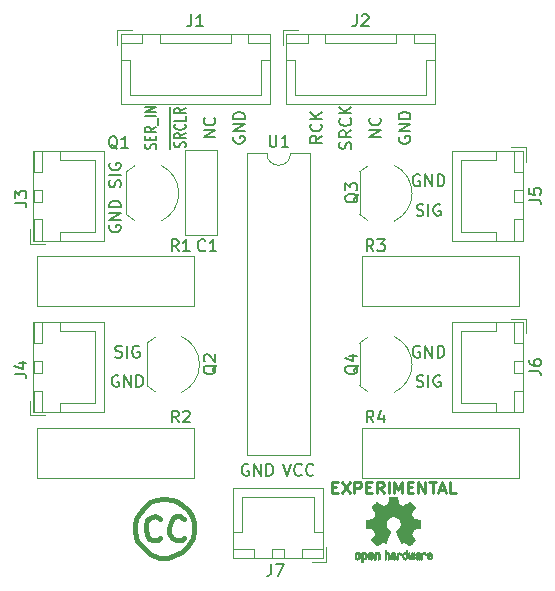
<source format=gbr>
G04 #@! TF.GenerationSoftware,KiCad,Pcbnew,(5.1.4)-1*
G04 #@! TF.CreationDate,2020-01-23T13:17:45+02:00*
G04 #@! TF.ProjectId,4_switch_array,345f7377-6974-4636-985f-61727261792e,rev?*
G04 #@! TF.SameCoordinates,Original*
G04 #@! TF.FileFunction,Legend,Top*
G04 #@! TF.FilePolarity,Positive*
%FSLAX46Y46*%
G04 Gerber Fmt 4.6, Leading zero omitted, Abs format (unit mm)*
G04 Created by KiCad (PCBNEW (5.1.4)-1) date 2020-01-23 13:17:45*
%MOMM*%
%LPD*%
G04 APERTURE LIST*
%ADD10C,0.150000*%
%ADD11C,0.250000*%
%ADD12C,0.120000*%
%ADD13C,0.010000*%
%ADD14C,0.381000*%
G04 APERTURE END LIST*
D10*
X137585000Y-45285714D02*
X137585000Y-44571428D01*
X138904761Y-45142857D02*
X138952380Y-45035714D01*
X138952380Y-44857142D01*
X138904761Y-44785714D01*
X138857142Y-44750000D01*
X138761904Y-44714285D01*
X138666666Y-44714285D01*
X138571428Y-44750000D01*
X138523809Y-44785714D01*
X138476190Y-44857142D01*
X138428571Y-45000000D01*
X138380952Y-45071428D01*
X138333333Y-45107142D01*
X138238095Y-45142857D01*
X138142857Y-45142857D01*
X138047619Y-45107142D01*
X138000000Y-45071428D01*
X137952380Y-45000000D01*
X137952380Y-44821428D01*
X138000000Y-44714285D01*
X137585000Y-44571428D02*
X137585000Y-43821428D01*
X138952380Y-43964285D02*
X138476190Y-44214285D01*
X138952380Y-44392857D02*
X137952380Y-44392857D01*
X137952380Y-44107142D01*
X138000000Y-44035714D01*
X138047619Y-44000000D01*
X138142857Y-43964285D01*
X138285714Y-43964285D01*
X138380952Y-44000000D01*
X138428571Y-44035714D01*
X138476190Y-44107142D01*
X138476190Y-44392857D01*
X137585000Y-43821428D02*
X137585000Y-43071428D01*
X138857142Y-43214285D02*
X138904761Y-43250000D01*
X138952380Y-43357142D01*
X138952380Y-43428571D01*
X138904761Y-43535714D01*
X138809523Y-43607142D01*
X138714285Y-43642857D01*
X138523809Y-43678571D01*
X138380952Y-43678571D01*
X138190476Y-43642857D01*
X138095238Y-43607142D01*
X138000000Y-43535714D01*
X137952380Y-43428571D01*
X137952380Y-43357142D01*
X138000000Y-43250000D01*
X138047619Y-43214285D01*
X137585000Y-43071428D02*
X137585000Y-42464285D01*
X138952380Y-42535714D02*
X138952380Y-42892857D01*
X137952380Y-42892857D01*
X137585000Y-42464285D02*
X137585000Y-41714285D01*
X138952380Y-41857142D02*
X138476190Y-42107142D01*
X138952380Y-42285714D02*
X137952380Y-42285714D01*
X137952380Y-42000000D01*
X138000000Y-41928571D01*
X138047619Y-41892857D01*
X138142857Y-41857142D01*
X138285714Y-41857142D01*
X138380952Y-41892857D01*
X138428571Y-41928571D01*
X138476190Y-42000000D01*
X138476190Y-42285714D01*
D11*
X151357142Y-73928571D02*
X151690476Y-73928571D01*
X151833333Y-74452380D02*
X151357142Y-74452380D01*
X151357142Y-73452380D01*
X151833333Y-73452380D01*
X152166666Y-73452380D02*
X152833333Y-74452380D01*
X152833333Y-73452380D02*
X152166666Y-74452380D01*
X153214285Y-74452380D02*
X153214285Y-73452380D01*
X153595238Y-73452380D01*
X153690476Y-73500000D01*
X153738095Y-73547619D01*
X153785714Y-73642857D01*
X153785714Y-73785714D01*
X153738095Y-73880952D01*
X153690476Y-73928571D01*
X153595238Y-73976190D01*
X153214285Y-73976190D01*
X154214285Y-73928571D02*
X154547619Y-73928571D01*
X154690476Y-74452380D02*
X154214285Y-74452380D01*
X154214285Y-73452380D01*
X154690476Y-73452380D01*
X155690476Y-74452380D02*
X155357142Y-73976190D01*
X155119047Y-74452380D02*
X155119047Y-73452380D01*
X155500000Y-73452380D01*
X155595238Y-73500000D01*
X155642857Y-73547619D01*
X155690476Y-73642857D01*
X155690476Y-73785714D01*
X155642857Y-73880952D01*
X155595238Y-73928571D01*
X155500000Y-73976190D01*
X155119047Y-73976190D01*
X156119047Y-74452380D02*
X156119047Y-73452380D01*
X156595238Y-74452380D02*
X156595238Y-73452380D01*
X156928571Y-74166666D01*
X157261904Y-73452380D01*
X157261904Y-74452380D01*
X157738095Y-73928571D02*
X158071428Y-73928571D01*
X158214285Y-74452380D02*
X157738095Y-74452380D01*
X157738095Y-73452380D01*
X158214285Y-73452380D01*
X158642857Y-74452380D02*
X158642857Y-73452380D01*
X159214285Y-74452380D01*
X159214285Y-73452380D01*
X159547619Y-73452380D02*
X160119047Y-73452380D01*
X159833333Y-74452380D02*
X159833333Y-73452380D01*
X160404761Y-74166666D02*
X160880952Y-74166666D01*
X160309523Y-74452380D02*
X160642857Y-73452380D01*
X160976190Y-74452380D01*
X161785714Y-74452380D02*
X161309523Y-74452380D01*
X161309523Y-73452380D01*
D10*
X158738095Y-62000000D02*
X158642857Y-61952380D01*
X158500000Y-61952380D01*
X158357142Y-62000000D01*
X158261904Y-62095238D01*
X158214285Y-62190476D01*
X158166666Y-62380952D01*
X158166666Y-62523809D01*
X158214285Y-62714285D01*
X158261904Y-62809523D01*
X158357142Y-62904761D01*
X158500000Y-62952380D01*
X158595238Y-62952380D01*
X158738095Y-62904761D01*
X158785714Y-62857142D01*
X158785714Y-62523809D01*
X158595238Y-62523809D01*
X159214285Y-62952380D02*
X159214285Y-61952380D01*
X159785714Y-62952380D01*
X159785714Y-61952380D01*
X160261904Y-62952380D02*
X160261904Y-61952380D01*
X160500000Y-61952380D01*
X160642857Y-62000000D01*
X160738095Y-62095238D01*
X160785714Y-62190476D01*
X160833333Y-62380952D01*
X160833333Y-62523809D01*
X160785714Y-62714285D01*
X160738095Y-62809523D01*
X160642857Y-62904761D01*
X160500000Y-62952380D01*
X160261904Y-62952380D01*
X158476190Y-65404761D02*
X158619047Y-65452380D01*
X158857142Y-65452380D01*
X158952380Y-65404761D01*
X159000000Y-65357142D01*
X159047619Y-65261904D01*
X159047619Y-65166666D01*
X159000000Y-65071428D01*
X158952380Y-65023809D01*
X158857142Y-64976190D01*
X158666666Y-64928571D01*
X158571428Y-64880952D01*
X158523809Y-64833333D01*
X158476190Y-64738095D01*
X158476190Y-64642857D01*
X158523809Y-64547619D01*
X158571428Y-64500000D01*
X158666666Y-64452380D01*
X158904761Y-64452380D01*
X159047619Y-64500000D01*
X159476190Y-65452380D02*
X159476190Y-64452380D01*
X160476190Y-64500000D02*
X160380952Y-64452380D01*
X160238095Y-64452380D01*
X160095238Y-64500000D01*
X160000000Y-64595238D01*
X159952380Y-64690476D01*
X159904761Y-64880952D01*
X159904761Y-65023809D01*
X159952380Y-65214285D01*
X160000000Y-65309523D01*
X160095238Y-65404761D01*
X160238095Y-65452380D01*
X160333333Y-65452380D01*
X160476190Y-65404761D01*
X160523809Y-65357142D01*
X160523809Y-65023809D01*
X160333333Y-65023809D01*
X158476190Y-50904761D02*
X158619047Y-50952380D01*
X158857142Y-50952380D01*
X158952380Y-50904761D01*
X159000000Y-50857142D01*
X159047619Y-50761904D01*
X159047619Y-50666666D01*
X159000000Y-50571428D01*
X158952380Y-50523809D01*
X158857142Y-50476190D01*
X158666666Y-50428571D01*
X158571428Y-50380952D01*
X158523809Y-50333333D01*
X158476190Y-50238095D01*
X158476190Y-50142857D01*
X158523809Y-50047619D01*
X158571428Y-50000000D01*
X158666666Y-49952380D01*
X158904761Y-49952380D01*
X159047619Y-50000000D01*
X159476190Y-50952380D02*
X159476190Y-49952380D01*
X160476190Y-50000000D02*
X160380952Y-49952380D01*
X160238095Y-49952380D01*
X160095238Y-50000000D01*
X160000000Y-50095238D01*
X159952380Y-50190476D01*
X159904761Y-50380952D01*
X159904761Y-50523809D01*
X159952380Y-50714285D01*
X160000000Y-50809523D01*
X160095238Y-50904761D01*
X160238095Y-50952380D01*
X160333333Y-50952380D01*
X160476190Y-50904761D01*
X160523809Y-50857142D01*
X160523809Y-50523809D01*
X160333333Y-50523809D01*
X158738095Y-47500000D02*
X158642857Y-47452380D01*
X158500000Y-47452380D01*
X158357142Y-47500000D01*
X158261904Y-47595238D01*
X158214285Y-47690476D01*
X158166666Y-47880952D01*
X158166666Y-48023809D01*
X158214285Y-48214285D01*
X158261904Y-48309523D01*
X158357142Y-48404761D01*
X158500000Y-48452380D01*
X158595238Y-48452380D01*
X158738095Y-48404761D01*
X158785714Y-48357142D01*
X158785714Y-48023809D01*
X158595238Y-48023809D01*
X159214285Y-48452380D02*
X159214285Y-47452380D01*
X159785714Y-48452380D01*
X159785714Y-47452380D01*
X160261904Y-48452380D02*
X160261904Y-47452380D01*
X160500000Y-47452380D01*
X160642857Y-47500000D01*
X160738095Y-47595238D01*
X160785714Y-47690476D01*
X160833333Y-47880952D01*
X160833333Y-48023809D01*
X160785714Y-48214285D01*
X160738095Y-48309523D01*
X160642857Y-48404761D01*
X160500000Y-48452380D01*
X160261904Y-48452380D01*
X132976190Y-62904761D02*
X133119047Y-62952380D01*
X133357142Y-62952380D01*
X133452380Y-62904761D01*
X133500000Y-62857142D01*
X133547619Y-62761904D01*
X133547619Y-62666666D01*
X133500000Y-62571428D01*
X133452380Y-62523809D01*
X133357142Y-62476190D01*
X133166666Y-62428571D01*
X133071428Y-62380952D01*
X133023809Y-62333333D01*
X132976190Y-62238095D01*
X132976190Y-62142857D01*
X133023809Y-62047619D01*
X133071428Y-62000000D01*
X133166666Y-61952380D01*
X133404761Y-61952380D01*
X133547619Y-62000000D01*
X133976190Y-62952380D02*
X133976190Y-61952380D01*
X134976190Y-62000000D02*
X134880952Y-61952380D01*
X134738095Y-61952380D01*
X134595238Y-62000000D01*
X134500000Y-62095238D01*
X134452380Y-62190476D01*
X134404761Y-62380952D01*
X134404761Y-62523809D01*
X134452380Y-62714285D01*
X134500000Y-62809523D01*
X134595238Y-62904761D01*
X134738095Y-62952380D01*
X134833333Y-62952380D01*
X134976190Y-62904761D01*
X135023809Y-62857142D01*
X135023809Y-62523809D01*
X134833333Y-62523809D01*
X133238095Y-64500000D02*
X133142857Y-64452380D01*
X133000000Y-64452380D01*
X132857142Y-64500000D01*
X132761904Y-64595238D01*
X132714285Y-64690476D01*
X132666666Y-64880952D01*
X132666666Y-65023809D01*
X132714285Y-65214285D01*
X132761904Y-65309523D01*
X132857142Y-65404761D01*
X133000000Y-65452380D01*
X133095238Y-65452380D01*
X133238095Y-65404761D01*
X133285714Y-65357142D01*
X133285714Y-65023809D01*
X133095238Y-65023809D01*
X133714285Y-65452380D02*
X133714285Y-64452380D01*
X134285714Y-65452380D01*
X134285714Y-64452380D01*
X134761904Y-65452380D02*
X134761904Y-64452380D01*
X135000000Y-64452380D01*
X135142857Y-64500000D01*
X135238095Y-64595238D01*
X135285714Y-64690476D01*
X135333333Y-64880952D01*
X135333333Y-65023809D01*
X135285714Y-65214285D01*
X135238095Y-65309523D01*
X135142857Y-65404761D01*
X135000000Y-65452380D01*
X134761904Y-65452380D01*
X132500000Y-51761904D02*
X132452380Y-51857142D01*
X132452380Y-52000000D01*
X132500000Y-52142857D01*
X132595238Y-52238095D01*
X132690476Y-52285714D01*
X132880952Y-52333333D01*
X133023809Y-52333333D01*
X133214285Y-52285714D01*
X133309523Y-52238095D01*
X133404761Y-52142857D01*
X133452380Y-52000000D01*
X133452380Y-51904761D01*
X133404761Y-51761904D01*
X133357142Y-51714285D01*
X133023809Y-51714285D01*
X133023809Y-51904761D01*
X133452380Y-51285714D02*
X132452380Y-51285714D01*
X133452380Y-50714285D01*
X132452380Y-50714285D01*
X133452380Y-50238095D02*
X132452380Y-50238095D01*
X132452380Y-50000000D01*
X132500000Y-49857142D01*
X132595238Y-49761904D01*
X132690476Y-49714285D01*
X132880952Y-49666666D01*
X133023809Y-49666666D01*
X133214285Y-49714285D01*
X133309523Y-49761904D01*
X133404761Y-49857142D01*
X133452380Y-50000000D01*
X133452380Y-50238095D01*
X133404761Y-48523809D02*
X133452380Y-48380952D01*
X133452380Y-48142857D01*
X133404761Y-48047619D01*
X133357142Y-48000000D01*
X133261904Y-47952380D01*
X133166666Y-47952380D01*
X133071428Y-48000000D01*
X133023809Y-48047619D01*
X132976190Y-48142857D01*
X132928571Y-48333333D01*
X132880952Y-48428571D01*
X132833333Y-48476190D01*
X132738095Y-48523809D01*
X132642857Y-48523809D01*
X132547619Y-48476190D01*
X132500000Y-48428571D01*
X132452380Y-48333333D01*
X132452380Y-48095238D01*
X132500000Y-47952380D01*
X133452380Y-47523809D02*
X132452380Y-47523809D01*
X132500000Y-46523809D02*
X132452380Y-46619047D01*
X132452380Y-46761904D01*
X132500000Y-46904761D01*
X132595238Y-47000000D01*
X132690476Y-47047619D01*
X132880952Y-47095238D01*
X133023809Y-47095238D01*
X133214285Y-47047619D01*
X133309523Y-47000000D01*
X133404761Y-46904761D01*
X133452380Y-46761904D01*
X133452380Y-46666666D01*
X133404761Y-46523809D01*
X133357142Y-46476190D01*
X133023809Y-46476190D01*
X133023809Y-46666666D01*
X147166666Y-71952380D02*
X147500000Y-72952380D01*
X147833333Y-71952380D01*
X148738095Y-72857142D02*
X148690476Y-72904761D01*
X148547619Y-72952380D01*
X148452380Y-72952380D01*
X148309523Y-72904761D01*
X148214285Y-72809523D01*
X148166666Y-72714285D01*
X148119047Y-72523809D01*
X148119047Y-72380952D01*
X148166666Y-72190476D01*
X148214285Y-72095238D01*
X148309523Y-72000000D01*
X148452380Y-71952380D01*
X148547619Y-71952380D01*
X148690476Y-72000000D01*
X148738095Y-72047619D01*
X149738095Y-72857142D02*
X149690476Y-72904761D01*
X149547619Y-72952380D01*
X149452380Y-72952380D01*
X149309523Y-72904761D01*
X149214285Y-72809523D01*
X149166666Y-72714285D01*
X149119047Y-72523809D01*
X149119047Y-72380952D01*
X149166666Y-72190476D01*
X149214285Y-72095238D01*
X149309523Y-72000000D01*
X149452380Y-71952380D01*
X149547619Y-71952380D01*
X149690476Y-72000000D01*
X149738095Y-72047619D01*
X144238095Y-72000000D02*
X144142857Y-71952380D01*
X144000000Y-71952380D01*
X143857142Y-72000000D01*
X143761904Y-72095238D01*
X143714285Y-72190476D01*
X143666666Y-72380952D01*
X143666666Y-72523809D01*
X143714285Y-72714285D01*
X143761904Y-72809523D01*
X143857142Y-72904761D01*
X144000000Y-72952380D01*
X144095238Y-72952380D01*
X144238095Y-72904761D01*
X144285714Y-72857142D01*
X144285714Y-72523809D01*
X144095238Y-72523809D01*
X144714285Y-72952380D02*
X144714285Y-71952380D01*
X145285714Y-72952380D01*
X145285714Y-71952380D01*
X145761904Y-72952380D02*
X145761904Y-71952380D01*
X146000000Y-71952380D01*
X146142857Y-72000000D01*
X146238095Y-72095238D01*
X146285714Y-72190476D01*
X146333333Y-72380952D01*
X146333333Y-72523809D01*
X146285714Y-72714285D01*
X146238095Y-72809523D01*
X146142857Y-72904761D01*
X146000000Y-72952380D01*
X145761904Y-72952380D01*
X157000000Y-44261904D02*
X156952380Y-44357142D01*
X156952380Y-44500000D01*
X157000000Y-44642857D01*
X157095238Y-44738095D01*
X157190476Y-44785714D01*
X157380952Y-44833333D01*
X157523809Y-44833333D01*
X157714285Y-44785714D01*
X157809523Y-44738095D01*
X157904761Y-44642857D01*
X157952380Y-44500000D01*
X157952380Y-44404761D01*
X157904761Y-44261904D01*
X157857142Y-44214285D01*
X157523809Y-44214285D01*
X157523809Y-44404761D01*
X157952380Y-43785714D02*
X156952380Y-43785714D01*
X157952380Y-43214285D01*
X156952380Y-43214285D01*
X157952380Y-42738095D02*
X156952380Y-42738095D01*
X156952380Y-42500000D01*
X157000000Y-42357142D01*
X157095238Y-42261904D01*
X157190476Y-42214285D01*
X157380952Y-42166666D01*
X157523809Y-42166666D01*
X157714285Y-42214285D01*
X157809523Y-42261904D01*
X157904761Y-42357142D01*
X157952380Y-42500000D01*
X157952380Y-42738095D01*
X155452380Y-44285714D02*
X154452380Y-44285714D01*
X155452380Y-43714285D01*
X154452380Y-43714285D01*
X155357142Y-42666666D02*
X155404761Y-42714285D01*
X155452380Y-42857142D01*
X155452380Y-42952380D01*
X155404761Y-43095238D01*
X155309523Y-43190476D01*
X155214285Y-43238095D01*
X155023809Y-43285714D01*
X154880952Y-43285714D01*
X154690476Y-43238095D01*
X154595238Y-43190476D01*
X154500000Y-43095238D01*
X154452380Y-42952380D01*
X154452380Y-42857142D01*
X154500000Y-42714285D01*
X154547619Y-42666666D01*
X152904761Y-45285714D02*
X152952380Y-45142857D01*
X152952380Y-44904761D01*
X152904761Y-44809523D01*
X152857142Y-44761904D01*
X152761904Y-44714285D01*
X152666666Y-44714285D01*
X152571428Y-44761904D01*
X152523809Y-44809523D01*
X152476190Y-44904761D01*
X152428571Y-45095238D01*
X152380952Y-45190476D01*
X152333333Y-45238095D01*
X152238095Y-45285714D01*
X152142857Y-45285714D01*
X152047619Y-45238095D01*
X152000000Y-45190476D01*
X151952380Y-45095238D01*
X151952380Y-44857142D01*
X152000000Y-44714285D01*
X152952380Y-43714285D02*
X152476190Y-44047619D01*
X152952380Y-44285714D02*
X151952380Y-44285714D01*
X151952380Y-43904761D01*
X152000000Y-43809523D01*
X152047619Y-43761904D01*
X152142857Y-43714285D01*
X152285714Y-43714285D01*
X152380952Y-43761904D01*
X152428571Y-43809523D01*
X152476190Y-43904761D01*
X152476190Y-44285714D01*
X152857142Y-42714285D02*
X152904761Y-42761904D01*
X152952380Y-42904761D01*
X152952380Y-43000000D01*
X152904761Y-43142857D01*
X152809523Y-43238095D01*
X152714285Y-43285714D01*
X152523809Y-43333333D01*
X152380952Y-43333333D01*
X152190476Y-43285714D01*
X152095238Y-43238095D01*
X152000000Y-43142857D01*
X151952380Y-43000000D01*
X151952380Y-42904761D01*
X152000000Y-42761904D01*
X152047619Y-42714285D01*
X152952380Y-42285714D02*
X151952380Y-42285714D01*
X152952380Y-41714285D02*
X152380952Y-42142857D01*
X151952380Y-41714285D02*
X152523809Y-42285714D01*
X143000000Y-44261904D02*
X142952380Y-44357142D01*
X142952380Y-44500000D01*
X143000000Y-44642857D01*
X143095238Y-44738095D01*
X143190476Y-44785714D01*
X143380952Y-44833333D01*
X143523809Y-44833333D01*
X143714285Y-44785714D01*
X143809523Y-44738095D01*
X143904761Y-44642857D01*
X143952380Y-44500000D01*
X143952380Y-44404761D01*
X143904761Y-44261904D01*
X143857142Y-44214285D01*
X143523809Y-44214285D01*
X143523809Y-44404761D01*
X143952380Y-43785714D02*
X142952380Y-43785714D01*
X143952380Y-43214285D01*
X142952380Y-43214285D01*
X143952380Y-42738095D02*
X142952380Y-42738095D01*
X142952380Y-42500000D01*
X143000000Y-42357142D01*
X143095238Y-42261904D01*
X143190476Y-42214285D01*
X143380952Y-42166666D01*
X143523809Y-42166666D01*
X143714285Y-42214285D01*
X143809523Y-42261904D01*
X143904761Y-42357142D01*
X143952380Y-42500000D01*
X143952380Y-42738095D01*
X141452380Y-44285714D02*
X140452380Y-44285714D01*
X141452380Y-43714285D01*
X140452380Y-43714285D01*
X141357142Y-42666666D02*
X141404761Y-42714285D01*
X141452380Y-42857142D01*
X141452380Y-42952380D01*
X141404761Y-43095238D01*
X141309523Y-43190476D01*
X141214285Y-43238095D01*
X141023809Y-43285714D01*
X140880952Y-43285714D01*
X140690476Y-43238095D01*
X140595238Y-43190476D01*
X140500000Y-43095238D01*
X140452380Y-42952380D01*
X140452380Y-42857142D01*
X140500000Y-42714285D01*
X140547619Y-42666666D01*
X136404761Y-45285714D02*
X136452380Y-45178571D01*
X136452380Y-45000000D01*
X136404761Y-44928571D01*
X136357142Y-44892857D01*
X136261904Y-44857142D01*
X136166666Y-44857142D01*
X136071428Y-44892857D01*
X136023809Y-44928571D01*
X135976190Y-45000000D01*
X135928571Y-45142857D01*
X135880952Y-45214285D01*
X135833333Y-45250000D01*
X135738095Y-45285714D01*
X135642857Y-45285714D01*
X135547619Y-45250000D01*
X135500000Y-45214285D01*
X135452380Y-45142857D01*
X135452380Y-44964285D01*
X135500000Y-44857142D01*
X135928571Y-44535714D02*
X135928571Y-44285714D01*
X136452380Y-44178571D02*
X136452380Y-44535714D01*
X135452380Y-44535714D01*
X135452380Y-44178571D01*
X136452380Y-43428571D02*
X135976190Y-43678571D01*
X136452380Y-43857142D02*
X135452380Y-43857142D01*
X135452380Y-43571428D01*
X135500000Y-43500000D01*
X135547619Y-43464285D01*
X135642857Y-43428571D01*
X135785714Y-43428571D01*
X135880952Y-43464285D01*
X135928571Y-43500000D01*
X135976190Y-43571428D01*
X135976190Y-43857142D01*
X136547619Y-43285714D02*
X136547619Y-42714285D01*
X136452380Y-42535714D02*
X135452380Y-42535714D01*
X136452380Y-42178571D02*
X135452380Y-42178571D01*
X136452380Y-41750000D01*
X135452380Y-41750000D01*
X150452380Y-44190476D02*
X149976190Y-44523809D01*
X150452380Y-44761904D02*
X149452380Y-44761904D01*
X149452380Y-44380952D01*
X149500000Y-44285714D01*
X149547619Y-44238095D01*
X149642857Y-44190476D01*
X149785714Y-44190476D01*
X149880952Y-44238095D01*
X149928571Y-44285714D01*
X149976190Y-44380952D01*
X149976190Y-44761904D01*
X150357142Y-43190476D02*
X150404761Y-43238095D01*
X150452380Y-43380952D01*
X150452380Y-43476190D01*
X150404761Y-43619047D01*
X150309523Y-43714285D01*
X150214285Y-43761904D01*
X150023809Y-43809523D01*
X149880952Y-43809523D01*
X149690476Y-43761904D01*
X149595238Y-43714285D01*
X149500000Y-43619047D01*
X149452380Y-43476190D01*
X149452380Y-43380952D01*
X149500000Y-43238095D01*
X149547619Y-43190476D01*
X150452380Y-42761904D02*
X149452380Y-42761904D01*
X150452380Y-42190476D02*
X149880952Y-42619047D01*
X149452380Y-42190476D02*
X150023809Y-42761904D01*
D12*
X138880000Y-45380000D02*
X141620000Y-45380000D01*
X138880000Y-52620000D02*
X141620000Y-52620000D01*
X141620000Y-52620000D02*
X141620000Y-45380000D01*
X138880000Y-52620000D02*
X138880000Y-45380000D01*
D13*
G36*
X156603910Y-74742348D02*
G01*
X156682454Y-74742778D01*
X156739298Y-74743942D01*
X156778105Y-74746207D01*
X156802538Y-74749940D01*
X156816262Y-74755506D01*
X156822940Y-74763273D01*
X156826236Y-74773605D01*
X156826556Y-74774943D01*
X156831562Y-74799079D01*
X156840829Y-74846701D01*
X156853392Y-74912741D01*
X156868287Y-74992128D01*
X156884551Y-75079796D01*
X156885119Y-75082875D01*
X156901410Y-75168789D01*
X156916652Y-75244696D01*
X156929861Y-75306045D01*
X156940054Y-75348282D01*
X156946248Y-75366855D01*
X156946543Y-75367184D01*
X156964788Y-75376253D01*
X157002405Y-75391367D01*
X157051271Y-75409262D01*
X157051543Y-75409358D01*
X157113093Y-75432493D01*
X157185657Y-75461965D01*
X157254057Y-75491597D01*
X157257294Y-75493062D01*
X157368702Y-75543626D01*
X157615399Y-75375160D01*
X157691077Y-75323803D01*
X157759631Y-75277889D01*
X157817088Y-75240030D01*
X157859476Y-75212837D01*
X157882825Y-75198921D01*
X157885042Y-75197889D01*
X157902010Y-75202484D01*
X157933701Y-75224655D01*
X157981352Y-75265447D01*
X158046198Y-75325905D01*
X158112397Y-75390227D01*
X158176214Y-75453612D01*
X158233329Y-75511451D01*
X158280305Y-75560175D01*
X158313703Y-75596210D01*
X158330085Y-75615984D01*
X158330694Y-75617002D01*
X158332505Y-75630572D01*
X158325683Y-75652733D01*
X158308540Y-75686478D01*
X158279393Y-75734800D01*
X158236555Y-75800692D01*
X158179448Y-75885517D01*
X158128766Y-75960177D01*
X158083461Y-76027140D01*
X158046150Y-76082516D01*
X158019452Y-76122420D01*
X158005985Y-76142962D01*
X158005137Y-76144356D01*
X158006781Y-76164038D01*
X158019245Y-76202293D01*
X158040048Y-76251889D01*
X158047462Y-76267728D01*
X158079814Y-76338290D01*
X158114328Y-76418353D01*
X158142365Y-76487629D01*
X158162568Y-76539045D01*
X158178615Y-76578119D01*
X158187888Y-76598541D01*
X158189041Y-76600114D01*
X158206096Y-76602721D01*
X158246298Y-76609863D01*
X158304302Y-76620523D01*
X158374763Y-76633685D01*
X158452335Y-76648333D01*
X158531672Y-76663449D01*
X158607431Y-76678018D01*
X158674264Y-76691022D01*
X158726828Y-76701445D01*
X158759776Y-76708270D01*
X158767857Y-76710199D01*
X158776205Y-76714962D01*
X158782506Y-76725718D01*
X158787045Y-76746098D01*
X158790104Y-76779734D01*
X158791967Y-76830255D01*
X158792918Y-76901292D01*
X158793240Y-76996476D01*
X158793257Y-77035492D01*
X158793257Y-77352799D01*
X158717057Y-77367839D01*
X158674663Y-77375995D01*
X158611400Y-77387899D01*
X158534962Y-77402116D01*
X158453043Y-77417210D01*
X158430400Y-77421355D01*
X158354806Y-77436053D01*
X158288953Y-77450505D01*
X158238366Y-77463375D01*
X158208574Y-77473322D01*
X158203612Y-77476287D01*
X158191426Y-77497283D01*
X158173953Y-77537967D01*
X158154577Y-77590322D01*
X158150734Y-77601600D01*
X158125339Y-77671523D01*
X158093817Y-77750418D01*
X158062969Y-77821266D01*
X158062817Y-77821595D01*
X158011447Y-77932733D01*
X158180399Y-78181253D01*
X158349352Y-78429772D01*
X158132429Y-78647058D01*
X158066819Y-78711726D01*
X158006979Y-78768733D01*
X157956267Y-78815033D01*
X157918046Y-78847584D01*
X157895675Y-78863343D01*
X157892466Y-78864343D01*
X157873626Y-78856469D01*
X157835180Y-78834578D01*
X157781330Y-78801267D01*
X157716276Y-78759131D01*
X157645940Y-78711943D01*
X157574555Y-78663810D01*
X157510908Y-78621928D01*
X157459041Y-78588871D01*
X157422995Y-78567218D01*
X157406867Y-78559543D01*
X157387189Y-78566037D01*
X157349875Y-78583150D01*
X157302621Y-78607326D01*
X157297612Y-78610013D01*
X157233977Y-78641927D01*
X157190341Y-78657579D01*
X157163202Y-78657745D01*
X157149057Y-78643204D01*
X157148975Y-78643000D01*
X157141905Y-78625779D01*
X157125042Y-78584899D01*
X157099695Y-78523525D01*
X157067171Y-78444819D01*
X157028778Y-78351947D01*
X156985822Y-78248072D01*
X156944222Y-78147502D01*
X156898504Y-78036516D01*
X156856526Y-77933703D01*
X156819548Y-77842215D01*
X156788827Y-77765201D01*
X156765622Y-77705815D01*
X156751190Y-77667209D01*
X156746743Y-77652800D01*
X156757896Y-77636272D01*
X156787069Y-77609930D01*
X156825971Y-77580887D01*
X156936757Y-77489039D01*
X157023351Y-77383759D01*
X157084716Y-77267266D01*
X157119815Y-77141776D01*
X157127608Y-77009507D01*
X157121943Y-76948457D01*
X157091078Y-76821795D01*
X157037920Y-76709941D01*
X156965767Y-76614001D01*
X156877917Y-76535076D01*
X156777665Y-76474270D01*
X156668310Y-76432687D01*
X156553147Y-76411428D01*
X156435475Y-76411599D01*
X156318590Y-76434301D01*
X156205789Y-76480638D01*
X156100369Y-76551713D01*
X156056368Y-76591911D01*
X155971979Y-76695129D01*
X155913222Y-76807925D01*
X155879704Y-76927010D01*
X155871035Y-77049095D01*
X155886823Y-77170893D01*
X155926678Y-77289116D01*
X155990207Y-77400475D01*
X156077021Y-77501684D01*
X156174029Y-77580887D01*
X156214437Y-77611162D01*
X156242982Y-77637219D01*
X156253257Y-77652825D01*
X156247877Y-77669843D01*
X156232575Y-77710500D01*
X156208612Y-77771642D01*
X156177244Y-77850119D01*
X156139732Y-77942780D01*
X156097333Y-78046472D01*
X156055663Y-78147526D01*
X156009690Y-78258607D01*
X155967107Y-78361541D01*
X155929221Y-78453165D01*
X155897340Y-78530316D01*
X155872771Y-78589831D01*
X155856820Y-78628544D01*
X155850910Y-78643000D01*
X155836948Y-78657685D01*
X155809940Y-78657642D01*
X155766413Y-78642099D01*
X155702890Y-78610284D01*
X155702388Y-78610013D01*
X155654560Y-78585323D01*
X155615897Y-78567338D01*
X155594095Y-78559614D01*
X155593133Y-78559543D01*
X155576721Y-78567378D01*
X155540487Y-78589165D01*
X155488474Y-78622328D01*
X155424725Y-78664291D01*
X155354060Y-78711943D01*
X155282116Y-78760191D01*
X155217274Y-78802151D01*
X155163735Y-78835227D01*
X155125697Y-78856821D01*
X155107533Y-78864343D01*
X155090808Y-78854457D01*
X155057180Y-78826826D01*
X155010010Y-78784495D01*
X154952658Y-78730505D01*
X154888484Y-78667899D01*
X154867497Y-78646983D01*
X154650499Y-78429623D01*
X154815668Y-78187220D01*
X154865864Y-78112781D01*
X154909919Y-78045972D01*
X154945362Y-77990665D01*
X154969719Y-77950729D01*
X154980522Y-77930036D01*
X154980838Y-77928563D01*
X154975143Y-77909058D01*
X154959826Y-77869822D01*
X154937537Y-77817430D01*
X154921893Y-77782355D01*
X154892641Y-77715201D01*
X154865094Y-77647358D01*
X154843737Y-77590034D01*
X154837935Y-77572572D01*
X154821452Y-77525938D01*
X154805340Y-77489905D01*
X154796490Y-77476287D01*
X154776960Y-77467952D01*
X154734334Y-77456137D01*
X154674145Y-77442181D01*
X154601922Y-77427422D01*
X154569600Y-77421355D01*
X154487522Y-77406273D01*
X154408795Y-77391669D01*
X154341109Y-77378980D01*
X154292160Y-77369642D01*
X154282943Y-77367839D01*
X154206743Y-77352799D01*
X154206743Y-77035492D01*
X154206914Y-76931154D01*
X154207616Y-76852213D01*
X154209134Y-76795038D01*
X154211749Y-76755999D01*
X154215746Y-76731465D01*
X154221409Y-76717805D01*
X154229020Y-76711389D01*
X154232143Y-76710199D01*
X154250978Y-76705980D01*
X154292588Y-76697562D01*
X154351630Y-76685961D01*
X154422757Y-76672195D01*
X154500625Y-76657280D01*
X154579887Y-76642232D01*
X154655198Y-76628069D01*
X154721213Y-76615806D01*
X154772587Y-76606461D01*
X154803975Y-76601050D01*
X154810959Y-76600114D01*
X154817285Y-76587596D01*
X154831290Y-76554246D01*
X154850355Y-76506377D01*
X154857634Y-76487629D01*
X154886996Y-76415195D01*
X154921571Y-76335170D01*
X154952537Y-76267728D01*
X154975323Y-76216159D01*
X154990482Y-76173785D01*
X154995542Y-76147834D01*
X154994736Y-76144356D01*
X154984041Y-76127936D01*
X154959620Y-76091417D01*
X154924095Y-76038687D01*
X154880087Y-75973635D01*
X154830217Y-75900151D01*
X154820356Y-75885645D01*
X154762492Y-75799704D01*
X154719956Y-75734261D01*
X154691054Y-75686304D01*
X154674090Y-75652820D01*
X154667367Y-75630795D01*
X154669190Y-75617217D01*
X154669236Y-75617131D01*
X154683586Y-75599297D01*
X154715323Y-75564817D01*
X154761010Y-75517268D01*
X154817204Y-75460222D01*
X154880468Y-75397255D01*
X154887602Y-75390227D01*
X154967330Y-75313020D01*
X155028857Y-75256330D01*
X155073421Y-75219110D01*
X155102257Y-75200315D01*
X155114958Y-75197889D01*
X155133494Y-75208471D01*
X155171961Y-75232916D01*
X155226386Y-75268612D01*
X155292798Y-75312947D01*
X155367225Y-75363311D01*
X155384601Y-75375160D01*
X155631297Y-75543626D01*
X155742706Y-75493062D01*
X155810457Y-75463595D01*
X155883183Y-75433959D01*
X155945703Y-75410330D01*
X155948457Y-75409358D01*
X155997360Y-75391457D01*
X156035057Y-75376320D01*
X156053425Y-75367210D01*
X156053456Y-75367184D01*
X156059285Y-75350717D01*
X156069192Y-75310219D01*
X156082195Y-75250242D01*
X156097309Y-75175340D01*
X156113552Y-75090064D01*
X156114881Y-75082875D01*
X156131175Y-74995014D01*
X156146133Y-74915260D01*
X156158791Y-74848681D01*
X156168186Y-74800347D01*
X156173354Y-74775325D01*
X156173444Y-74774943D01*
X156176589Y-74764299D01*
X156182704Y-74756262D01*
X156195453Y-74750467D01*
X156218500Y-74746547D01*
X156255509Y-74744135D01*
X156310144Y-74742865D01*
X156386067Y-74742371D01*
X156486944Y-74742286D01*
X156500000Y-74742286D01*
X156603910Y-74742348D01*
X156603910Y-74742348D01*
G37*
X156603910Y-74742348D02*
X156682454Y-74742778D01*
X156739298Y-74743942D01*
X156778105Y-74746207D01*
X156802538Y-74749940D01*
X156816262Y-74755506D01*
X156822940Y-74763273D01*
X156826236Y-74773605D01*
X156826556Y-74774943D01*
X156831562Y-74799079D01*
X156840829Y-74846701D01*
X156853392Y-74912741D01*
X156868287Y-74992128D01*
X156884551Y-75079796D01*
X156885119Y-75082875D01*
X156901410Y-75168789D01*
X156916652Y-75244696D01*
X156929861Y-75306045D01*
X156940054Y-75348282D01*
X156946248Y-75366855D01*
X156946543Y-75367184D01*
X156964788Y-75376253D01*
X157002405Y-75391367D01*
X157051271Y-75409262D01*
X157051543Y-75409358D01*
X157113093Y-75432493D01*
X157185657Y-75461965D01*
X157254057Y-75491597D01*
X157257294Y-75493062D01*
X157368702Y-75543626D01*
X157615399Y-75375160D01*
X157691077Y-75323803D01*
X157759631Y-75277889D01*
X157817088Y-75240030D01*
X157859476Y-75212837D01*
X157882825Y-75198921D01*
X157885042Y-75197889D01*
X157902010Y-75202484D01*
X157933701Y-75224655D01*
X157981352Y-75265447D01*
X158046198Y-75325905D01*
X158112397Y-75390227D01*
X158176214Y-75453612D01*
X158233329Y-75511451D01*
X158280305Y-75560175D01*
X158313703Y-75596210D01*
X158330085Y-75615984D01*
X158330694Y-75617002D01*
X158332505Y-75630572D01*
X158325683Y-75652733D01*
X158308540Y-75686478D01*
X158279393Y-75734800D01*
X158236555Y-75800692D01*
X158179448Y-75885517D01*
X158128766Y-75960177D01*
X158083461Y-76027140D01*
X158046150Y-76082516D01*
X158019452Y-76122420D01*
X158005985Y-76142962D01*
X158005137Y-76144356D01*
X158006781Y-76164038D01*
X158019245Y-76202293D01*
X158040048Y-76251889D01*
X158047462Y-76267728D01*
X158079814Y-76338290D01*
X158114328Y-76418353D01*
X158142365Y-76487629D01*
X158162568Y-76539045D01*
X158178615Y-76578119D01*
X158187888Y-76598541D01*
X158189041Y-76600114D01*
X158206096Y-76602721D01*
X158246298Y-76609863D01*
X158304302Y-76620523D01*
X158374763Y-76633685D01*
X158452335Y-76648333D01*
X158531672Y-76663449D01*
X158607431Y-76678018D01*
X158674264Y-76691022D01*
X158726828Y-76701445D01*
X158759776Y-76708270D01*
X158767857Y-76710199D01*
X158776205Y-76714962D01*
X158782506Y-76725718D01*
X158787045Y-76746098D01*
X158790104Y-76779734D01*
X158791967Y-76830255D01*
X158792918Y-76901292D01*
X158793240Y-76996476D01*
X158793257Y-77035492D01*
X158793257Y-77352799D01*
X158717057Y-77367839D01*
X158674663Y-77375995D01*
X158611400Y-77387899D01*
X158534962Y-77402116D01*
X158453043Y-77417210D01*
X158430400Y-77421355D01*
X158354806Y-77436053D01*
X158288953Y-77450505D01*
X158238366Y-77463375D01*
X158208574Y-77473322D01*
X158203612Y-77476287D01*
X158191426Y-77497283D01*
X158173953Y-77537967D01*
X158154577Y-77590322D01*
X158150734Y-77601600D01*
X158125339Y-77671523D01*
X158093817Y-77750418D01*
X158062969Y-77821266D01*
X158062817Y-77821595D01*
X158011447Y-77932733D01*
X158180399Y-78181253D01*
X158349352Y-78429772D01*
X158132429Y-78647058D01*
X158066819Y-78711726D01*
X158006979Y-78768733D01*
X157956267Y-78815033D01*
X157918046Y-78847584D01*
X157895675Y-78863343D01*
X157892466Y-78864343D01*
X157873626Y-78856469D01*
X157835180Y-78834578D01*
X157781330Y-78801267D01*
X157716276Y-78759131D01*
X157645940Y-78711943D01*
X157574555Y-78663810D01*
X157510908Y-78621928D01*
X157459041Y-78588871D01*
X157422995Y-78567218D01*
X157406867Y-78559543D01*
X157387189Y-78566037D01*
X157349875Y-78583150D01*
X157302621Y-78607326D01*
X157297612Y-78610013D01*
X157233977Y-78641927D01*
X157190341Y-78657579D01*
X157163202Y-78657745D01*
X157149057Y-78643204D01*
X157148975Y-78643000D01*
X157141905Y-78625779D01*
X157125042Y-78584899D01*
X157099695Y-78523525D01*
X157067171Y-78444819D01*
X157028778Y-78351947D01*
X156985822Y-78248072D01*
X156944222Y-78147502D01*
X156898504Y-78036516D01*
X156856526Y-77933703D01*
X156819548Y-77842215D01*
X156788827Y-77765201D01*
X156765622Y-77705815D01*
X156751190Y-77667209D01*
X156746743Y-77652800D01*
X156757896Y-77636272D01*
X156787069Y-77609930D01*
X156825971Y-77580887D01*
X156936757Y-77489039D01*
X157023351Y-77383759D01*
X157084716Y-77267266D01*
X157119815Y-77141776D01*
X157127608Y-77009507D01*
X157121943Y-76948457D01*
X157091078Y-76821795D01*
X157037920Y-76709941D01*
X156965767Y-76614001D01*
X156877917Y-76535076D01*
X156777665Y-76474270D01*
X156668310Y-76432687D01*
X156553147Y-76411428D01*
X156435475Y-76411599D01*
X156318590Y-76434301D01*
X156205789Y-76480638D01*
X156100369Y-76551713D01*
X156056368Y-76591911D01*
X155971979Y-76695129D01*
X155913222Y-76807925D01*
X155879704Y-76927010D01*
X155871035Y-77049095D01*
X155886823Y-77170893D01*
X155926678Y-77289116D01*
X155990207Y-77400475D01*
X156077021Y-77501684D01*
X156174029Y-77580887D01*
X156214437Y-77611162D01*
X156242982Y-77637219D01*
X156253257Y-77652825D01*
X156247877Y-77669843D01*
X156232575Y-77710500D01*
X156208612Y-77771642D01*
X156177244Y-77850119D01*
X156139732Y-77942780D01*
X156097333Y-78046472D01*
X156055663Y-78147526D01*
X156009690Y-78258607D01*
X155967107Y-78361541D01*
X155929221Y-78453165D01*
X155897340Y-78530316D01*
X155872771Y-78589831D01*
X155856820Y-78628544D01*
X155850910Y-78643000D01*
X155836948Y-78657685D01*
X155809940Y-78657642D01*
X155766413Y-78642099D01*
X155702890Y-78610284D01*
X155702388Y-78610013D01*
X155654560Y-78585323D01*
X155615897Y-78567338D01*
X155594095Y-78559614D01*
X155593133Y-78559543D01*
X155576721Y-78567378D01*
X155540487Y-78589165D01*
X155488474Y-78622328D01*
X155424725Y-78664291D01*
X155354060Y-78711943D01*
X155282116Y-78760191D01*
X155217274Y-78802151D01*
X155163735Y-78835227D01*
X155125697Y-78856821D01*
X155107533Y-78864343D01*
X155090808Y-78854457D01*
X155057180Y-78826826D01*
X155010010Y-78784495D01*
X154952658Y-78730505D01*
X154888484Y-78667899D01*
X154867497Y-78646983D01*
X154650499Y-78429623D01*
X154815668Y-78187220D01*
X154865864Y-78112781D01*
X154909919Y-78045972D01*
X154945362Y-77990665D01*
X154969719Y-77950729D01*
X154980522Y-77930036D01*
X154980838Y-77928563D01*
X154975143Y-77909058D01*
X154959826Y-77869822D01*
X154937537Y-77817430D01*
X154921893Y-77782355D01*
X154892641Y-77715201D01*
X154865094Y-77647358D01*
X154843737Y-77590034D01*
X154837935Y-77572572D01*
X154821452Y-77525938D01*
X154805340Y-77489905D01*
X154796490Y-77476287D01*
X154776960Y-77467952D01*
X154734334Y-77456137D01*
X154674145Y-77442181D01*
X154601922Y-77427422D01*
X154569600Y-77421355D01*
X154487522Y-77406273D01*
X154408795Y-77391669D01*
X154341109Y-77378980D01*
X154292160Y-77369642D01*
X154282943Y-77367839D01*
X154206743Y-77352799D01*
X154206743Y-77035492D01*
X154206914Y-76931154D01*
X154207616Y-76852213D01*
X154209134Y-76795038D01*
X154211749Y-76755999D01*
X154215746Y-76731465D01*
X154221409Y-76717805D01*
X154229020Y-76711389D01*
X154232143Y-76710199D01*
X154250978Y-76705980D01*
X154292588Y-76697562D01*
X154351630Y-76685961D01*
X154422757Y-76672195D01*
X154500625Y-76657280D01*
X154579887Y-76642232D01*
X154655198Y-76628069D01*
X154721213Y-76615806D01*
X154772587Y-76606461D01*
X154803975Y-76601050D01*
X154810959Y-76600114D01*
X154817285Y-76587596D01*
X154831290Y-76554246D01*
X154850355Y-76506377D01*
X154857634Y-76487629D01*
X154886996Y-76415195D01*
X154921571Y-76335170D01*
X154952537Y-76267728D01*
X154975323Y-76216159D01*
X154990482Y-76173785D01*
X154995542Y-76147834D01*
X154994736Y-76144356D01*
X154984041Y-76127936D01*
X154959620Y-76091417D01*
X154924095Y-76038687D01*
X154880087Y-75973635D01*
X154830217Y-75900151D01*
X154820356Y-75885645D01*
X154762492Y-75799704D01*
X154719956Y-75734261D01*
X154691054Y-75686304D01*
X154674090Y-75652820D01*
X154667367Y-75630795D01*
X154669190Y-75617217D01*
X154669236Y-75617131D01*
X154683586Y-75599297D01*
X154715323Y-75564817D01*
X154761010Y-75517268D01*
X154817204Y-75460222D01*
X154880468Y-75397255D01*
X154887602Y-75390227D01*
X154967330Y-75313020D01*
X155028857Y-75256330D01*
X155073421Y-75219110D01*
X155102257Y-75200315D01*
X155114958Y-75197889D01*
X155133494Y-75208471D01*
X155171961Y-75232916D01*
X155226386Y-75268612D01*
X155292798Y-75312947D01*
X155367225Y-75363311D01*
X155384601Y-75375160D01*
X155631297Y-75543626D01*
X155742706Y-75493062D01*
X155810457Y-75463595D01*
X155883183Y-75433959D01*
X155945703Y-75410330D01*
X155948457Y-75409358D01*
X155997360Y-75391457D01*
X156035057Y-75376320D01*
X156053425Y-75367210D01*
X156053456Y-75367184D01*
X156059285Y-75350717D01*
X156069192Y-75310219D01*
X156082195Y-75250242D01*
X156097309Y-75175340D01*
X156113552Y-75090064D01*
X156114881Y-75082875D01*
X156131175Y-74995014D01*
X156146133Y-74915260D01*
X156158791Y-74848681D01*
X156168186Y-74800347D01*
X156173354Y-74775325D01*
X156173444Y-74774943D01*
X156176589Y-74764299D01*
X156182704Y-74756262D01*
X156195453Y-74750467D01*
X156218500Y-74746547D01*
X156255509Y-74744135D01*
X156310144Y-74742865D01*
X156386067Y-74742371D01*
X156486944Y-74742286D01*
X156500000Y-74742286D01*
X156603910Y-74742348D01*
G36*
X159653595Y-79466966D02*
G01*
X159711021Y-79504497D01*
X159738719Y-79538096D01*
X159760662Y-79599064D01*
X159762405Y-79647308D01*
X159758457Y-79711816D01*
X159609686Y-79776934D01*
X159537349Y-79810202D01*
X159490084Y-79836964D01*
X159465507Y-79860144D01*
X159461237Y-79882667D01*
X159474889Y-79907455D01*
X159489943Y-79923886D01*
X159533746Y-79950235D01*
X159581389Y-79952081D01*
X159625145Y-79931546D01*
X159657289Y-79890752D01*
X159663038Y-79876347D01*
X159690576Y-79831356D01*
X159722258Y-79812182D01*
X159765714Y-79795779D01*
X159765714Y-79857966D01*
X159761872Y-79900283D01*
X159746823Y-79935969D01*
X159715280Y-79976943D01*
X159710592Y-79982267D01*
X159675506Y-80018720D01*
X159645347Y-80038283D01*
X159607615Y-80047283D01*
X159576335Y-80050230D01*
X159520385Y-80050965D01*
X159480555Y-80041660D01*
X159455708Y-80027846D01*
X159416656Y-79997467D01*
X159389625Y-79964613D01*
X159372517Y-79923294D01*
X159363238Y-79867521D01*
X159359693Y-79791305D01*
X159359410Y-79752622D01*
X159360372Y-79706247D01*
X159448007Y-79706247D01*
X159449023Y-79731126D01*
X159451556Y-79735200D01*
X159468274Y-79729665D01*
X159504249Y-79715017D01*
X159552331Y-79694190D01*
X159562386Y-79689714D01*
X159623152Y-79658814D01*
X159656632Y-79631657D01*
X159663990Y-79606220D01*
X159646391Y-79580481D01*
X159631856Y-79569109D01*
X159579410Y-79546364D01*
X159530322Y-79550122D01*
X159489227Y-79577884D01*
X159460758Y-79627152D01*
X159451631Y-79666257D01*
X159448007Y-79706247D01*
X159360372Y-79706247D01*
X159361285Y-79662249D01*
X159368196Y-79595384D01*
X159381884Y-79546695D01*
X159404096Y-79510849D01*
X159436574Y-79482513D01*
X159450733Y-79473355D01*
X159515053Y-79449507D01*
X159585473Y-79448006D01*
X159653595Y-79466966D01*
X159653595Y-79466966D01*
G37*
X159653595Y-79466966D02*
X159711021Y-79504497D01*
X159738719Y-79538096D01*
X159760662Y-79599064D01*
X159762405Y-79647308D01*
X159758457Y-79711816D01*
X159609686Y-79776934D01*
X159537349Y-79810202D01*
X159490084Y-79836964D01*
X159465507Y-79860144D01*
X159461237Y-79882667D01*
X159474889Y-79907455D01*
X159489943Y-79923886D01*
X159533746Y-79950235D01*
X159581389Y-79952081D01*
X159625145Y-79931546D01*
X159657289Y-79890752D01*
X159663038Y-79876347D01*
X159690576Y-79831356D01*
X159722258Y-79812182D01*
X159765714Y-79795779D01*
X159765714Y-79857966D01*
X159761872Y-79900283D01*
X159746823Y-79935969D01*
X159715280Y-79976943D01*
X159710592Y-79982267D01*
X159675506Y-80018720D01*
X159645347Y-80038283D01*
X159607615Y-80047283D01*
X159576335Y-80050230D01*
X159520385Y-80050965D01*
X159480555Y-80041660D01*
X159455708Y-80027846D01*
X159416656Y-79997467D01*
X159389625Y-79964613D01*
X159372517Y-79923294D01*
X159363238Y-79867521D01*
X159359693Y-79791305D01*
X159359410Y-79752622D01*
X159360372Y-79706247D01*
X159448007Y-79706247D01*
X159449023Y-79731126D01*
X159451556Y-79735200D01*
X159468274Y-79729665D01*
X159504249Y-79715017D01*
X159552331Y-79694190D01*
X159562386Y-79689714D01*
X159623152Y-79658814D01*
X159656632Y-79631657D01*
X159663990Y-79606220D01*
X159646391Y-79580481D01*
X159631856Y-79569109D01*
X159579410Y-79546364D01*
X159530322Y-79550122D01*
X159489227Y-79577884D01*
X159460758Y-79627152D01*
X159451631Y-79666257D01*
X159448007Y-79706247D01*
X159360372Y-79706247D01*
X159361285Y-79662249D01*
X159368196Y-79595384D01*
X159381884Y-79546695D01*
X159404096Y-79510849D01*
X159436574Y-79482513D01*
X159450733Y-79473355D01*
X159515053Y-79449507D01*
X159585473Y-79448006D01*
X159653595Y-79466966D01*
G36*
X159152600Y-79458752D02*
G01*
X159169948Y-79466334D01*
X159211356Y-79499128D01*
X159246765Y-79546547D01*
X159268664Y-79597151D01*
X159272229Y-79622098D01*
X159260279Y-79656927D01*
X159234067Y-79675357D01*
X159205964Y-79686516D01*
X159193095Y-79688572D01*
X159186829Y-79673649D01*
X159174456Y-79641175D01*
X159169028Y-79626502D01*
X159138590Y-79575744D01*
X159094520Y-79550427D01*
X159038010Y-79551206D01*
X159033825Y-79552203D01*
X159003655Y-79566507D01*
X158981476Y-79594393D01*
X158966327Y-79639287D01*
X158957250Y-79704615D01*
X158953286Y-79793804D01*
X158952914Y-79841261D01*
X158952730Y-79916071D01*
X158951522Y-79967069D01*
X158948309Y-79999471D01*
X158942109Y-80018495D01*
X158931940Y-80029356D01*
X158916819Y-80037272D01*
X158915946Y-80037670D01*
X158886828Y-80049981D01*
X158872403Y-80054514D01*
X158870186Y-80040809D01*
X158868289Y-80002925D01*
X158866847Y-79945715D01*
X158865998Y-79874027D01*
X158865829Y-79821565D01*
X158866692Y-79720047D01*
X158870070Y-79643032D01*
X158877142Y-79586023D01*
X158889088Y-79544526D01*
X158907090Y-79514043D01*
X158932327Y-79490080D01*
X158957247Y-79473355D01*
X159017171Y-79451097D01*
X159086911Y-79446076D01*
X159152600Y-79458752D01*
X159152600Y-79458752D01*
G37*
X159152600Y-79458752D02*
X159169948Y-79466334D01*
X159211356Y-79499128D01*
X159246765Y-79546547D01*
X159268664Y-79597151D01*
X159272229Y-79622098D01*
X159260279Y-79656927D01*
X159234067Y-79675357D01*
X159205964Y-79686516D01*
X159193095Y-79688572D01*
X159186829Y-79673649D01*
X159174456Y-79641175D01*
X159169028Y-79626502D01*
X159138590Y-79575744D01*
X159094520Y-79550427D01*
X159038010Y-79551206D01*
X159033825Y-79552203D01*
X159003655Y-79566507D01*
X158981476Y-79594393D01*
X158966327Y-79639287D01*
X158957250Y-79704615D01*
X158953286Y-79793804D01*
X158952914Y-79841261D01*
X158952730Y-79916071D01*
X158951522Y-79967069D01*
X158948309Y-79999471D01*
X158942109Y-80018495D01*
X158931940Y-80029356D01*
X158916819Y-80037272D01*
X158915946Y-80037670D01*
X158886828Y-80049981D01*
X158872403Y-80054514D01*
X158870186Y-80040809D01*
X158868289Y-80002925D01*
X158866847Y-79945715D01*
X158865998Y-79874027D01*
X158865829Y-79821565D01*
X158866692Y-79720047D01*
X158870070Y-79643032D01*
X158877142Y-79586023D01*
X158889088Y-79544526D01*
X158907090Y-79514043D01*
X158932327Y-79490080D01*
X158957247Y-79473355D01*
X159017171Y-79451097D01*
X159086911Y-79446076D01*
X159152600Y-79458752D01*
G36*
X158644876Y-79456335D02*
G01*
X158686667Y-79475344D01*
X158719469Y-79498378D01*
X158743503Y-79524133D01*
X158760097Y-79557358D01*
X158770577Y-79602800D01*
X158776271Y-79665207D01*
X158778507Y-79749327D01*
X158778743Y-79804721D01*
X158778743Y-80020826D01*
X158741774Y-80037670D01*
X158712656Y-80049981D01*
X158698231Y-80054514D01*
X158695472Y-80041025D01*
X158693282Y-80004653D01*
X158691942Y-79951542D01*
X158691657Y-79909372D01*
X158690434Y-79848447D01*
X158687136Y-79800115D01*
X158682321Y-79770518D01*
X158678496Y-79764229D01*
X158652783Y-79770652D01*
X158612418Y-79787125D01*
X158565679Y-79809458D01*
X158520845Y-79833457D01*
X158486193Y-79854930D01*
X158470002Y-79869685D01*
X158469938Y-79869845D01*
X158471330Y-79897152D01*
X158483818Y-79923219D01*
X158505743Y-79944392D01*
X158537743Y-79951474D01*
X158565092Y-79950649D01*
X158603826Y-79950042D01*
X158624158Y-79959116D01*
X158636369Y-79983092D01*
X158637909Y-79987613D01*
X158643203Y-80021806D01*
X158629047Y-80042568D01*
X158592148Y-80052462D01*
X158552289Y-80054292D01*
X158480562Y-80040727D01*
X158443432Y-80021355D01*
X158397576Y-79975845D01*
X158373256Y-79919983D01*
X158371073Y-79860957D01*
X158391629Y-79805953D01*
X158422549Y-79771486D01*
X158453420Y-79752189D01*
X158501942Y-79727759D01*
X158558485Y-79702985D01*
X158567910Y-79699199D01*
X158630019Y-79671791D01*
X158665822Y-79647634D01*
X158677337Y-79623619D01*
X158666580Y-79596635D01*
X158648114Y-79575543D01*
X158604469Y-79549572D01*
X158556446Y-79547624D01*
X158512406Y-79567637D01*
X158480709Y-79607551D01*
X158476549Y-79617848D01*
X158452327Y-79655724D01*
X158416965Y-79683842D01*
X158372343Y-79706917D01*
X158372343Y-79641485D01*
X158374969Y-79601506D01*
X158386230Y-79569997D01*
X158411199Y-79536378D01*
X158435169Y-79510484D01*
X158472441Y-79473817D01*
X158501401Y-79454121D01*
X158532505Y-79446220D01*
X158567713Y-79444914D01*
X158644876Y-79456335D01*
X158644876Y-79456335D01*
G37*
X158644876Y-79456335D02*
X158686667Y-79475344D01*
X158719469Y-79498378D01*
X158743503Y-79524133D01*
X158760097Y-79557358D01*
X158770577Y-79602800D01*
X158776271Y-79665207D01*
X158778507Y-79749327D01*
X158778743Y-79804721D01*
X158778743Y-80020826D01*
X158741774Y-80037670D01*
X158712656Y-80049981D01*
X158698231Y-80054514D01*
X158695472Y-80041025D01*
X158693282Y-80004653D01*
X158691942Y-79951542D01*
X158691657Y-79909372D01*
X158690434Y-79848447D01*
X158687136Y-79800115D01*
X158682321Y-79770518D01*
X158678496Y-79764229D01*
X158652783Y-79770652D01*
X158612418Y-79787125D01*
X158565679Y-79809458D01*
X158520845Y-79833457D01*
X158486193Y-79854930D01*
X158470002Y-79869685D01*
X158469938Y-79869845D01*
X158471330Y-79897152D01*
X158483818Y-79923219D01*
X158505743Y-79944392D01*
X158537743Y-79951474D01*
X158565092Y-79950649D01*
X158603826Y-79950042D01*
X158624158Y-79959116D01*
X158636369Y-79983092D01*
X158637909Y-79987613D01*
X158643203Y-80021806D01*
X158629047Y-80042568D01*
X158592148Y-80052462D01*
X158552289Y-80054292D01*
X158480562Y-80040727D01*
X158443432Y-80021355D01*
X158397576Y-79975845D01*
X158373256Y-79919983D01*
X158371073Y-79860957D01*
X158391629Y-79805953D01*
X158422549Y-79771486D01*
X158453420Y-79752189D01*
X158501942Y-79727759D01*
X158558485Y-79702985D01*
X158567910Y-79699199D01*
X158630019Y-79671791D01*
X158665822Y-79647634D01*
X158677337Y-79623619D01*
X158666580Y-79596635D01*
X158648114Y-79575543D01*
X158604469Y-79549572D01*
X158556446Y-79547624D01*
X158512406Y-79567637D01*
X158480709Y-79607551D01*
X158476549Y-79617848D01*
X158452327Y-79655724D01*
X158416965Y-79683842D01*
X158372343Y-79706917D01*
X158372343Y-79641485D01*
X158374969Y-79601506D01*
X158386230Y-79569997D01*
X158411199Y-79536378D01*
X158435169Y-79510484D01*
X158472441Y-79473817D01*
X158501401Y-79454121D01*
X158532505Y-79446220D01*
X158567713Y-79444914D01*
X158644876Y-79456335D01*
G36*
X158279833Y-79458663D02*
G01*
X158282048Y-79496850D01*
X158283784Y-79554886D01*
X158284899Y-79628180D01*
X158285257Y-79705055D01*
X158285257Y-79965196D01*
X158239326Y-80011127D01*
X158207675Y-80039429D01*
X158179890Y-80050893D01*
X158141915Y-80050168D01*
X158126840Y-80048321D01*
X158079726Y-80042948D01*
X158040756Y-80039869D01*
X158031257Y-80039585D01*
X157999233Y-80041445D01*
X157953432Y-80046114D01*
X157935674Y-80048321D01*
X157892057Y-80051735D01*
X157862745Y-80044320D01*
X157833680Y-80021427D01*
X157823188Y-80011127D01*
X157777257Y-79965196D01*
X157777257Y-79478602D01*
X157814226Y-79461758D01*
X157846059Y-79449282D01*
X157864683Y-79444914D01*
X157869458Y-79458718D01*
X157873921Y-79497286D01*
X157877775Y-79556356D01*
X157880722Y-79631663D01*
X157882143Y-79695286D01*
X157886114Y-79945657D01*
X157920759Y-79950556D01*
X157952268Y-79947131D01*
X157967708Y-79936041D01*
X157972023Y-79915308D01*
X157975708Y-79871145D01*
X157978469Y-79809146D01*
X157980012Y-79734909D01*
X157980235Y-79696706D01*
X157980457Y-79476783D01*
X158026166Y-79460849D01*
X158058518Y-79450015D01*
X158076115Y-79444962D01*
X158076623Y-79444914D01*
X158078388Y-79458648D01*
X158080329Y-79496730D01*
X158082282Y-79554482D01*
X158084084Y-79627227D01*
X158085343Y-79695286D01*
X158089314Y-79945657D01*
X158176400Y-79945657D01*
X158180396Y-79717240D01*
X158184392Y-79488822D01*
X158226847Y-79466868D01*
X158258192Y-79451793D01*
X158276744Y-79444951D01*
X158277279Y-79444914D01*
X158279833Y-79458663D01*
X158279833Y-79458663D01*
G37*
X158279833Y-79458663D02*
X158282048Y-79496850D01*
X158283784Y-79554886D01*
X158284899Y-79628180D01*
X158285257Y-79705055D01*
X158285257Y-79965196D01*
X158239326Y-80011127D01*
X158207675Y-80039429D01*
X158179890Y-80050893D01*
X158141915Y-80050168D01*
X158126840Y-80048321D01*
X158079726Y-80042948D01*
X158040756Y-80039869D01*
X158031257Y-80039585D01*
X157999233Y-80041445D01*
X157953432Y-80046114D01*
X157935674Y-80048321D01*
X157892057Y-80051735D01*
X157862745Y-80044320D01*
X157833680Y-80021427D01*
X157823188Y-80011127D01*
X157777257Y-79965196D01*
X157777257Y-79478602D01*
X157814226Y-79461758D01*
X157846059Y-79449282D01*
X157864683Y-79444914D01*
X157869458Y-79458718D01*
X157873921Y-79497286D01*
X157877775Y-79556356D01*
X157880722Y-79631663D01*
X157882143Y-79695286D01*
X157886114Y-79945657D01*
X157920759Y-79950556D01*
X157952268Y-79947131D01*
X157967708Y-79936041D01*
X157972023Y-79915308D01*
X157975708Y-79871145D01*
X157978469Y-79809146D01*
X157980012Y-79734909D01*
X157980235Y-79696706D01*
X157980457Y-79476783D01*
X158026166Y-79460849D01*
X158058518Y-79450015D01*
X158076115Y-79444962D01*
X158076623Y-79444914D01*
X158078388Y-79458648D01*
X158080329Y-79496730D01*
X158082282Y-79554482D01*
X158084084Y-79627227D01*
X158085343Y-79695286D01*
X158089314Y-79945657D01*
X158176400Y-79945657D01*
X158180396Y-79717240D01*
X158184392Y-79488822D01*
X158226847Y-79466868D01*
X158258192Y-79451793D01*
X158276744Y-79444951D01*
X158277279Y-79444914D01*
X158279833Y-79458663D01*
G36*
X157690117Y-79565358D02*
G01*
X157689933Y-79673837D01*
X157689219Y-79757287D01*
X157687675Y-79819704D01*
X157685001Y-79865085D01*
X157680894Y-79897429D01*
X157675055Y-79920733D01*
X157667182Y-79938995D01*
X157661221Y-79949418D01*
X157611855Y-80005945D01*
X157549264Y-80041377D01*
X157480013Y-80054090D01*
X157410668Y-80042463D01*
X157369375Y-80021568D01*
X157326025Y-79985422D01*
X157296481Y-79941276D01*
X157278655Y-79883462D01*
X157270463Y-79806313D01*
X157269302Y-79749714D01*
X157269458Y-79745647D01*
X157370857Y-79745647D01*
X157371476Y-79810550D01*
X157374314Y-79853514D01*
X157380840Y-79881622D01*
X157392523Y-79901953D01*
X157406483Y-79917288D01*
X157453365Y-79946890D01*
X157503701Y-79949419D01*
X157551276Y-79924705D01*
X157554979Y-79921356D01*
X157570783Y-79903935D01*
X157580693Y-79883209D01*
X157586058Y-79852362D01*
X157588228Y-79804577D01*
X157588571Y-79751748D01*
X157587827Y-79685381D01*
X157584748Y-79641106D01*
X157578061Y-79612009D01*
X157566496Y-79591173D01*
X157557013Y-79580107D01*
X157512960Y-79552198D01*
X157462224Y-79548843D01*
X157413796Y-79570159D01*
X157404450Y-79578073D01*
X157388540Y-79595647D01*
X157378610Y-79616587D01*
X157373278Y-79647782D01*
X157371163Y-79696122D01*
X157370857Y-79745647D01*
X157269458Y-79745647D01*
X157272810Y-79658568D01*
X157284726Y-79590086D01*
X157307135Y-79538600D01*
X157342124Y-79498443D01*
X157369375Y-79477861D01*
X157418907Y-79455625D01*
X157476316Y-79445304D01*
X157529682Y-79448067D01*
X157559543Y-79459212D01*
X157571261Y-79462383D01*
X157579037Y-79450557D01*
X157584465Y-79418866D01*
X157588571Y-79370593D01*
X157593067Y-79316829D01*
X157599313Y-79284482D01*
X157610676Y-79265985D01*
X157630528Y-79253770D01*
X157643000Y-79248362D01*
X157690171Y-79228601D01*
X157690117Y-79565358D01*
X157690117Y-79565358D01*
G37*
X157690117Y-79565358D02*
X157689933Y-79673837D01*
X157689219Y-79757287D01*
X157687675Y-79819704D01*
X157685001Y-79865085D01*
X157680894Y-79897429D01*
X157675055Y-79920733D01*
X157667182Y-79938995D01*
X157661221Y-79949418D01*
X157611855Y-80005945D01*
X157549264Y-80041377D01*
X157480013Y-80054090D01*
X157410668Y-80042463D01*
X157369375Y-80021568D01*
X157326025Y-79985422D01*
X157296481Y-79941276D01*
X157278655Y-79883462D01*
X157270463Y-79806313D01*
X157269302Y-79749714D01*
X157269458Y-79745647D01*
X157370857Y-79745647D01*
X157371476Y-79810550D01*
X157374314Y-79853514D01*
X157380840Y-79881622D01*
X157392523Y-79901953D01*
X157406483Y-79917288D01*
X157453365Y-79946890D01*
X157503701Y-79949419D01*
X157551276Y-79924705D01*
X157554979Y-79921356D01*
X157570783Y-79903935D01*
X157580693Y-79883209D01*
X157586058Y-79852362D01*
X157588228Y-79804577D01*
X157588571Y-79751748D01*
X157587827Y-79685381D01*
X157584748Y-79641106D01*
X157578061Y-79612009D01*
X157566496Y-79591173D01*
X157557013Y-79580107D01*
X157512960Y-79552198D01*
X157462224Y-79548843D01*
X157413796Y-79570159D01*
X157404450Y-79578073D01*
X157388540Y-79595647D01*
X157378610Y-79616587D01*
X157373278Y-79647782D01*
X157371163Y-79696122D01*
X157370857Y-79745647D01*
X157269458Y-79745647D01*
X157272810Y-79658568D01*
X157284726Y-79590086D01*
X157307135Y-79538600D01*
X157342124Y-79498443D01*
X157369375Y-79477861D01*
X157418907Y-79455625D01*
X157476316Y-79445304D01*
X157529682Y-79448067D01*
X157559543Y-79459212D01*
X157571261Y-79462383D01*
X157579037Y-79450557D01*
X157584465Y-79418866D01*
X157588571Y-79370593D01*
X157593067Y-79316829D01*
X157599313Y-79284482D01*
X157610676Y-79265985D01*
X157630528Y-79253770D01*
X157643000Y-79248362D01*
X157690171Y-79228601D01*
X157690117Y-79565358D01*
G36*
X157029926Y-79449755D02*
G01*
X157095858Y-79474084D01*
X157149273Y-79517117D01*
X157170164Y-79547409D01*
X157192939Y-79602994D01*
X157192466Y-79643186D01*
X157168562Y-79670217D01*
X157159717Y-79674813D01*
X157121530Y-79689144D01*
X157102028Y-79685472D01*
X157095422Y-79661407D01*
X157095086Y-79648114D01*
X157082992Y-79599210D01*
X157051471Y-79564999D01*
X157007659Y-79548476D01*
X156958695Y-79552634D01*
X156918894Y-79574227D01*
X156905450Y-79586544D01*
X156895921Y-79601487D01*
X156889485Y-79624075D01*
X156885317Y-79659328D01*
X156882597Y-79712266D01*
X156880502Y-79787907D01*
X156879960Y-79811857D01*
X156877981Y-79893790D01*
X156875731Y-79951455D01*
X156872357Y-79989608D01*
X156867006Y-80013004D01*
X156858824Y-80026398D01*
X156846959Y-80034545D01*
X156839362Y-80038144D01*
X156807102Y-80050452D01*
X156788111Y-80054514D01*
X156781836Y-80040948D01*
X156778006Y-79999934D01*
X156776600Y-79930999D01*
X156777598Y-79833669D01*
X156777908Y-79818657D01*
X156780101Y-79729859D01*
X156782693Y-79665019D01*
X156786382Y-79619067D01*
X156791864Y-79586935D01*
X156799835Y-79563553D01*
X156810993Y-79543852D01*
X156816830Y-79535410D01*
X156850296Y-79498057D01*
X156887727Y-79469003D01*
X156892309Y-79466467D01*
X156959426Y-79446443D01*
X157029926Y-79449755D01*
X157029926Y-79449755D01*
G37*
X157029926Y-79449755D02*
X157095858Y-79474084D01*
X157149273Y-79517117D01*
X157170164Y-79547409D01*
X157192939Y-79602994D01*
X157192466Y-79643186D01*
X157168562Y-79670217D01*
X157159717Y-79674813D01*
X157121530Y-79689144D01*
X157102028Y-79685472D01*
X157095422Y-79661407D01*
X157095086Y-79648114D01*
X157082992Y-79599210D01*
X157051471Y-79564999D01*
X157007659Y-79548476D01*
X156958695Y-79552634D01*
X156918894Y-79574227D01*
X156905450Y-79586544D01*
X156895921Y-79601487D01*
X156889485Y-79624075D01*
X156885317Y-79659328D01*
X156882597Y-79712266D01*
X156880502Y-79787907D01*
X156879960Y-79811857D01*
X156877981Y-79893790D01*
X156875731Y-79951455D01*
X156872357Y-79989608D01*
X156867006Y-80013004D01*
X156858824Y-80026398D01*
X156846959Y-80034545D01*
X156839362Y-80038144D01*
X156807102Y-80050452D01*
X156788111Y-80054514D01*
X156781836Y-80040948D01*
X156778006Y-79999934D01*
X156776600Y-79930999D01*
X156777598Y-79833669D01*
X156777908Y-79818657D01*
X156780101Y-79729859D01*
X156782693Y-79665019D01*
X156786382Y-79619067D01*
X156791864Y-79586935D01*
X156799835Y-79563553D01*
X156810993Y-79543852D01*
X156816830Y-79535410D01*
X156850296Y-79498057D01*
X156887727Y-79469003D01*
X156892309Y-79466467D01*
X156959426Y-79446443D01*
X157029926Y-79449755D01*
G36*
X156539744Y-79450968D02*
G01*
X156596616Y-79472087D01*
X156597267Y-79472493D01*
X156632440Y-79498380D01*
X156658407Y-79528633D01*
X156676670Y-79568058D01*
X156688732Y-79621462D01*
X156696096Y-79693651D01*
X156700264Y-79789432D01*
X156700629Y-79803078D01*
X156705876Y-80008842D01*
X156661716Y-80031678D01*
X156629763Y-80047110D01*
X156610470Y-80054423D01*
X156609578Y-80054514D01*
X156606239Y-80041022D01*
X156603587Y-80004626D01*
X156601956Y-79951452D01*
X156601600Y-79908393D01*
X156601592Y-79838641D01*
X156598403Y-79794837D01*
X156587288Y-79773944D01*
X156563501Y-79772925D01*
X156522296Y-79788741D01*
X156460086Y-79817815D01*
X156414341Y-79841963D01*
X156390813Y-79862913D01*
X156383896Y-79885747D01*
X156383886Y-79886877D01*
X156395299Y-79926212D01*
X156429092Y-79947462D01*
X156480809Y-79950539D01*
X156518061Y-79950006D01*
X156537703Y-79960735D01*
X156549952Y-79986505D01*
X156557002Y-80019337D01*
X156546842Y-80037966D01*
X156543017Y-80040632D01*
X156507001Y-80051340D01*
X156456566Y-80052856D01*
X156404626Y-80045759D01*
X156367822Y-80032788D01*
X156316938Y-79989585D01*
X156288014Y-79929446D01*
X156282286Y-79882462D01*
X156286657Y-79840082D01*
X156302475Y-79805488D01*
X156333797Y-79774763D01*
X156384678Y-79743990D01*
X156459176Y-79709252D01*
X156463714Y-79707288D01*
X156530821Y-79676287D01*
X156572232Y-79650862D01*
X156589981Y-79628014D01*
X156586107Y-79604745D01*
X156562643Y-79578056D01*
X156555627Y-79571914D01*
X156508630Y-79548100D01*
X156459933Y-79549103D01*
X156417522Y-79572451D01*
X156389384Y-79615675D01*
X156386769Y-79624160D01*
X156361308Y-79665308D01*
X156329001Y-79685128D01*
X156282286Y-79704770D01*
X156282286Y-79653950D01*
X156296496Y-79580082D01*
X156338675Y-79512327D01*
X156360624Y-79489661D01*
X156410517Y-79460569D01*
X156473967Y-79447400D01*
X156539744Y-79450968D01*
X156539744Y-79450968D01*
G37*
X156539744Y-79450968D02*
X156596616Y-79472087D01*
X156597267Y-79472493D01*
X156632440Y-79498380D01*
X156658407Y-79528633D01*
X156676670Y-79568058D01*
X156688732Y-79621462D01*
X156696096Y-79693651D01*
X156700264Y-79789432D01*
X156700629Y-79803078D01*
X156705876Y-80008842D01*
X156661716Y-80031678D01*
X156629763Y-80047110D01*
X156610470Y-80054423D01*
X156609578Y-80054514D01*
X156606239Y-80041022D01*
X156603587Y-80004626D01*
X156601956Y-79951452D01*
X156601600Y-79908393D01*
X156601592Y-79838641D01*
X156598403Y-79794837D01*
X156587288Y-79773944D01*
X156563501Y-79772925D01*
X156522296Y-79788741D01*
X156460086Y-79817815D01*
X156414341Y-79841963D01*
X156390813Y-79862913D01*
X156383896Y-79885747D01*
X156383886Y-79886877D01*
X156395299Y-79926212D01*
X156429092Y-79947462D01*
X156480809Y-79950539D01*
X156518061Y-79950006D01*
X156537703Y-79960735D01*
X156549952Y-79986505D01*
X156557002Y-80019337D01*
X156546842Y-80037966D01*
X156543017Y-80040632D01*
X156507001Y-80051340D01*
X156456566Y-80052856D01*
X156404626Y-80045759D01*
X156367822Y-80032788D01*
X156316938Y-79989585D01*
X156288014Y-79929446D01*
X156282286Y-79882462D01*
X156286657Y-79840082D01*
X156302475Y-79805488D01*
X156333797Y-79774763D01*
X156384678Y-79743990D01*
X156459176Y-79709252D01*
X156463714Y-79707288D01*
X156530821Y-79676287D01*
X156572232Y-79650862D01*
X156589981Y-79628014D01*
X156586107Y-79604745D01*
X156562643Y-79578056D01*
X156555627Y-79571914D01*
X156508630Y-79548100D01*
X156459933Y-79549103D01*
X156417522Y-79572451D01*
X156389384Y-79615675D01*
X156386769Y-79624160D01*
X156361308Y-79665308D01*
X156329001Y-79685128D01*
X156282286Y-79704770D01*
X156282286Y-79653950D01*
X156296496Y-79580082D01*
X156338675Y-79512327D01*
X156360624Y-79489661D01*
X156410517Y-79460569D01*
X156473967Y-79447400D01*
X156539744Y-79450968D01*
G36*
X155875886Y-79351289D02*
G01*
X155880139Y-79410613D01*
X155885025Y-79445572D01*
X155891795Y-79460820D01*
X155901702Y-79461015D01*
X155904914Y-79459195D01*
X155947644Y-79446015D01*
X156003227Y-79446785D01*
X156059737Y-79460333D01*
X156095082Y-79477861D01*
X156131321Y-79505861D01*
X156157813Y-79537549D01*
X156175999Y-79577813D01*
X156187322Y-79631543D01*
X156193222Y-79703626D01*
X156195143Y-79798951D01*
X156195177Y-79817237D01*
X156195200Y-80022646D01*
X156149491Y-80038580D01*
X156117027Y-80049420D01*
X156099215Y-80054468D01*
X156098691Y-80054514D01*
X156096937Y-80040828D01*
X156095444Y-80003076D01*
X156094326Y-79946224D01*
X156093697Y-79875234D01*
X156093600Y-79832073D01*
X156093398Y-79746973D01*
X156092358Y-79685981D01*
X156089831Y-79644177D01*
X156085164Y-79616642D01*
X156077707Y-79598456D01*
X156066811Y-79584698D01*
X156060007Y-79578073D01*
X156013272Y-79551375D01*
X155962272Y-79549375D01*
X155916001Y-79571955D01*
X155907444Y-79580107D01*
X155894893Y-79595436D01*
X155886188Y-79613618D01*
X155880631Y-79639909D01*
X155877526Y-79679562D01*
X155876176Y-79737832D01*
X155875886Y-79818173D01*
X155875886Y-80022646D01*
X155830177Y-80038580D01*
X155797713Y-80049420D01*
X155779901Y-80054468D01*
X155779377Y-80054514D01*
X155778037Y-80040623D01*
X155776828Y-80001439D01*
X155775801Y-79940700D01*
X155775002Y-79862141D01*
X155774481Y-79769498D01*
X155774286Y-79666509D01*
X155774286Y-79269342D01*
X155821457Y-79249444D01*
X155868629Y-79229547D01*
X155875886Y-79351289D01*
X155875886Y-79351289D01*
G37*
X155875886Y-79351289D02*
X155880139Y-79410613D01*
X155885025Y-79445572D01*
X155891795Y-79460820D01*
X155901702Y-79461015D01*
X155904914Y-79459195D01*
X155947644Y-79446015D01*
X156003227Y-79446785D01*
X156059737Y-79460333D01*
X156095082Y-79477861D01*
X156131321Y-79505861D01*
X156157813Y-79537549D01*
X156175999Y-79577813D01*
X156187322Y-79631543D01*
X156193222Y-79703626D01*
X156195143Y-79798951D01*
X156195177Y-79817237D01*
X156195200Y-80022646D01*
X156149491Y-80038580D01*
X156117027Y-80049420D01*
X156099215Y-80054468D01*
X156098691Y-80054514D01*
X156096937Y-80040828D01*
X156095444Y-80003076D01*
X156094326Y-79946224D01*
X156093697Y-79875234D01*
X156093600Y-79832073D01*
X156093398Y-79746973D01*
X156092358Y-79685981D01*
X156089831Y-79644177D01*
X156085164Y-79616642D01*
X156077707Y-79598456D01*
X156066811Y-79584698D01*
X156060007Y-79578073D01*
X156013272Y-79551375D01*
X155962272Y-79549375D01*
X155916001Y-79571955D01*
X155907444Y-79580107D01*
X155894893Y-79595436D01*
X155886188Y-79613618D01*
X155880631Y-79639909D01*
X155877526Y-79679562D01*
X155876176Y-79737832D01*
X155875886Y-79818173D01*
X155875886Y-80022646D01*
X155830177Y-80038580D01*
X155797713Y-80049420D01*
X155779901Y-80054468D01*
X155779377Y-80054514D01*
X155778037Y-80040623D01*
X155776828Y-80001439D01*
X155775801Y-79940700D01*
X155775002Y-79862141D01*
X155774481Y-79769498D01*
X155774286Y-79666509D01*
X155774286Y-79269342D01*
X155821457Y-79249444D01*
X155868629Y-79229547D01*
X155875886Y-79351289D01*
G36*
X154668303Y-79431239D02*
G01*
X154725527Y-79469735D01*
X154769749Y-79525335D01*
X154796167Y-79596086D01*
X154801510Y-79648162D01*
X154800903Y-79669893D01*
X154795822Y-79686531D01*
X154781855Y-79701437D01*
X154754589Y-79717973D01*
X154709612Y-79739498D01*
X154642511Y-79769374D01*
X154642171Y-79769524D01*
X154580407Y-79797813D01*
X154529759Y-79822933D01*
X154495404Y-79842179D01*
X154482518Y-79852848D01*
X154482514Y-79852934D01*
X154493872Y-79876166D01*
X154520431Y-79901774D01*
X154550923Y-79920221D01*
X154566370Y-79923886D01*
X154608515Y-79911212D01*
X154644808Y-79879471D01*
X154662517Y-79844572D01*
X154679552Y-79818845D01*
X154712922Y-79789546D01*
X154752149Y-79764235D01*
X154786756Y-79750471D01*
X154793993Y-79749714D01*
X154802139Y-79762160D01*
X154802630Y-79793972D01*
X154796643Y-79836866D01*
X154785357Y-79882558D01*
X154769950Y-79922761D01*
X154769171Y-79924322D01*
X154722804Y-79989062D01*
X154662711Y-80033097D01*
X154594465Y-80054711D01*
X154523638Y-80052185D01*
X154455804Y-80023804D01*
X154452788Y-80021808D01*
X154399427Y-79973448D01*
X154364340Y-79910352D01*
X154344922Y-79827387D01*
X154342316Y-79804078D01*
X154337701Y-79694055D01*
X154343233Y-79642748D01*
X154482514Y-79642748D01*
X154484324Y-79674753D01*
X154494222Y-79684093D01*
X154518898Y-79677105D01*
X154557795Y-79660587D01*
X154601275Y-79639881D01*
X154602356Y-79639333D01*
X154639209Y-79619949D01*
X154654000Y-79607013D01*
X154650353Y-79593451D01*
X154634995Y-79575632D01*
X154595923Y-79549845D01*
X154553846Y-79547950D01*
X154516103Y-79566717D01*
X154490034Y-79602915D01*
X154482514Y-79642748D01*
X154343233Y-79642748D01*
X154347194Y-79606027D01*
X154371550Y-79536212D01*
X154405456Y-79487302D01*
X154466653Y-79437878D01*
X154534063Y-79413359D01*
X154602880Y-79411797D01*
X154668303Y-79431239D01*
X154668303Y-79431239D01*
G37*
X154668303Y-79431239D02*
X154725527Y-79469735D01*
X154769749Y-79525335D01*
X154796167Y-79596086D01*
X154801510Y-79648162D01*
X154800903Y-79669893D01*
X154795822Y-79686531D01*
X154781855Y-79701437D01*
X154754589Y-79717973D01*
X154709612Y-79739498D01*
X154642511Y-79769374D01*
X154642171Y-79769524D01*
X154580407Y-79797813D01*
X154529759Y-79822933D01*
X154495404Y-79842179D01*
X154482518Y-79852848D01*
X154482514Y-79852934D01*
X154493872Y-79876166D01*
X154520431Y-79901774D01*
X154550923Y-79920221D01*
X154566370Y-79923886D01*
X154608515Y-79911212D01*
X154644808Y-79879471D01*
X154662517Y-79844572D01*
X154679552Y-79818845D01*
X154712922Y-79789546D01*
X154752149Y-79764235D01*
X154786756Y-79750471D01*
X154793993Y-79749714D01*
X154802139Y-79762160D01*
X154802630Y-79793972D01*
X154796643Y-79836866D01*
X154785357Y-79882558D01*
X154769950Y-79922761D01*
X154769171Y-79924322D01*
X154722804Y-79989062D01*
X154662711Y-80033097D01*
X154594465Y-80054711D01*
X154523638Y-80052185D01*
X154455804Y-80023804D01*
X154452788Y-80021808D01*
X154399427Y-79973448D01*
X154364340Y-79910352D01*
X154344922Y-79827387D01*
X154342316Y-79804078D01*
X154337701Y-79694055D01*
X154343233Y-79642748D01*
X154482514Y-79642748D01*
X154484324Y-79674753D01*
X154494222Y-79684093D01*
X154518898Y-79677105D01*
X154557795Y-79660587D01*
X154601275Y-79639881D01*
X154602356Y-79639333D01*
X154639209Y-79619949D01*
X154654000Y-79607013D01*
X154650353Y-79593451D01*
X154634995Y-79575632D01*
X154595923Y-79549845D01*
X154553846Y-79547950D01*
X154516103Y-79566717D01*
X154490034Y-79602915D01*
X154482514Y-79642748D01*
X154343233Y-79642748D01*
X154347194Y-79606027D01*
X154371550Y-79536212D01*
X154405456Y-79487302D01*
X154466653Y-79437878D01*
X154534063Y-79413359D01*
X154602880Y-79411797D01*
X154668303Y-79431239D01*
G36*
X153541115Y-79421962D02*
G01*
X153609145Y-79457733D01*
X153659351Y-79515301D01*
X153677185Y-79552312D01*
X153691063Y-79607882D01*
X153698167Y-79678096D01*
X153698840Y-79754727D01*
X153693427Y-79829552D01*
X153682270Y-79894342D01*
X153665714Y-79940873D01*
X153660626Y-79948887D01*
X153600355Y-80008707D01*
X153528769Y-80044535D01*
X153451092Y-80055020D01*
X153372548Y-80038810D01*
X153350689Y-80029092D01*
X153308122Y-79999143D01*
X153270763Y-79959433D01*
X153267232Y-79954397D01*
X153252881Y-79930124D01*
X153243394Y-79904178D01*
X153237790Y-79870022D01*
X153235086Y-79821119D01*
X153234299Y-79750935D01*
X153234286Y-79735200D01*
X153234322Y-79730192D01*
X153379429Y-79730192D01*
X153380273Y-79796430D01*
X153383596Y-79840386D01*
X153390583Y-79868779D01*
X153402416Y-79888325D01*
X153408457Y-79894857D01*
X153443186Y-79919680D01*
X153476903Y-79918548D01*
X153510995Y-79897016D01*
X153531329Y-79874029D01*
X153543371Y-79840478D01*
X153550134Y-79787569D01*
X153550598Y-79781399D01*
X153551752Y-79685513D01*
X153539688Y-79614299D01*
X153514570Y-79568194D01*
X153476560Y-79547635D01*
X153462992Y-79546514D01*
X153427364Y-79552152D01*
X153402994Y-79571686D01*
X153388093Y-79609042D01*
X153380875Y-79668150D01*
X153379429Y-79730192D01*
X153234322Y-79730192D01*
X153234826Y-79660413D01*
X153237096Y-79608159D01*
X153242068Y-79571949D01*
X153250713Y-79545299D01*
X153264005Y-79521722D01*
X153266943Y-79517338D01*
X153316313Y-79458249D01*
X153370109Y-79423947D01*
X153435602Y-79410331D01*
X153457842Y-79409665D01*
X153541115Y-79421962D01*
X153541115Y-79421962D01*
G37*
X153541115Y-79421962D02*
X153609145Y-79457733D01*
X153659351Y-79515301D01*
X153677185Y-79552312D01*
X153691063Y-79607882D01*
X153698167Y-79678096D01*
X153698840Y-79754727D01*
X153693427Y-79829552D01*
X153682270Y-79894342D01*
X153665714Y-79940873D01*
X153660626Y-79948887D01*
X153600355Y-80008707D01*
X153528769Y-80044535D01*
X153451092Y-80055020D01*
X153372548Y-80038810D01*
X153350689Y-80029092D01*
X153308122Y-79999143D01*
X153270763Y-79959433D01*
X153267232Y-79954397D01*
X153252881Y-79930124D01*
X153243394Y-79904178D01*
X153237790Y-79870022D01*
X153235086Y-79821119D01*
X153234299Y-79750935D01*
X153234286Y-79735200D01*
X153234322Y-79730192D01*
X153379429Y-79730192D01*
X153380273Y-79796430D01*
X153383596Y-79840386D01*
X153390583Y-79868779D01*
X153402416Y-79888325D01*
X153408457Y-79894857D01*
X153443186Y-79919680D01*
X153476903Y-79918548D01*
X153510995Y-79897016D01*
X153531329Y-79874029D01*
X153543371Y-79840478D01*
X153550134Y-79787569D01*
X153550598Y-79781399D01*
X153551752Y-79685513D01*
X153539688Y-79614299D01*
X153514570Y-79568194D01*
X153476560Y-79547635D01*
X153462992Y-79546514D01*
X153427364Y-79552152D01*
X153402994Y-79571686D01*
X153388093Y-79609042D01*
X153380875Y-79668150D01*
X153379429Y-79730192D01*
X153234322Y-79730192D01*
X153234826Y-79660413D01*
X153237096Y-79608159D01*
X153242068Y-79571949D01*
X153250713Y-79545299D01*
X153264005Y-79521722D01*
X153266943Y-79517338D01*
X153316313Y-79458249D01*
X153370109Y-79423947D01*
X153435602Y-79410331D01*
X153457842Y-79409665D01*
X153541115Y-79421962D01*
G36*
X155216093Y-79427780D02*
G01*
X155262672Y-79454723D01*
X155295057Y-79481466D01*
X155318742Y-79509484D01*
X155335059Y-79543748D01*
X155345339Y-79589227D01*
X155350914Y-79650892D01*
X155353116Y-79733711D01*
X155353371Y-79793246D01*
X155353371Y-80012391D01*
X155291686Y-80040044D01*
X155230000Y-80067697D01*
X155222743Y-79827670D01*
X155219744Y-79738028D01*
X155216598Y-79672962D01*
X155212701Y-79628026D01*
X155207447Y-79598770D01*
X155200231Y-79580748D01*
X155190450Y-79569511D01*
X155187312Y-79567079D01*
X155139761Y-79548083D01*
X155091697Y-79555600D01*
X155063086Y-79575543D01*
X155051447Y-79589675D01*
X155043391Y-79608220D01*
X155038271Y-79636334D01*
X155035441Y-79679173D01*
X155034256Y-79741895D01*
X155034057Y-79807261D01*
X155034018Y-79889268D01*
X155032614Y-79947316D01*
X155027914Y-79986465D01*
X155017987Y-80011780D01*
X155000903Y-80028323D01*
X154974732Y-80041156D01*
X154939775Y-80054491D01*
X154901596Y-80069007D01*
X154906141Y-79811389D01*
X154907971Y-79718519D01*
X154910112Y-79649889D01*
X154913181Y-79600711D01*
X154917794Y-79566198D01*
X154924568Y-79541562D01*
X154934119Y-79522016D01*
X154945634Y-79504770D01*
X155001190Y-79449680D01*
X155068980Y-79417822D01*
X155142713Y-79410191D01*
X155216093Y-79427780D01*
X155216093Y-79427780D01*
G37*
X155216093Y-79427780D02*
X155262672Y-79454723D01*
X155295057Y-79481466D01*
X155318742Y-79509484D01*
X155335059Y-79543748D01*
X155345339Y-79589227D01*
X155350914Y-79650892D01*
X155353116Y-79733711D01*
X155353371Y-79793246D01*
X155353371Y-80012391D01*
X155291686Y-80040044D01*
X155230000Y-80067697D01*
X155222743Y-79827670D01*
X155219744Y-79738028D01*
X155216598Y-79672962D01*
X155212701Y-79628026D01*
X155207447Y-79598770D01*
X155200231Y-79580748D01*
X155190450Y-79569511D01*
X155187312Y-79567079D01*
X155139761Y-79548083D01*
X155091697Y-79555600D01*
X155063086Y-79575543D01*
X155051447Y-79589675D01*
X155043391Y-79608220D01*
X155038271Y-79636334D01*
X155035441Y-79679173D01*
X155034256Y-79741895D01*
X155034057Y-79807261D01*
X155034018Y-79889268D01*
X155032614Y-79947316D01*
X155027914Y-79986465D01*
X155017987Y-80011780D01*
X155000903Y-80028323D01*
X154974732Y-80041156D01*
X154939775Y-80054491D01*
X154901596Y-80069007D01*
X154906141Y-79811389D01*
X154907971Y-79718519D01*
X154910112Y-79649889D01*
X154913181Y-79600711D01*
X154917794Y-79566198D01*
X154924568Y-79541562D01*
X154934119Y-79522016D01*
X154945634Y-79504770D01*
X155001190Y-79449680D01*
X155068980Y-79417822D01*
X155142713Y-79410191D01*
X155216093Y-79427780D01*
G36*
X154099744Y-79419918D02*
G01*
X154155201Y-79447568D01*
X154204148Y-79498480D01*
X154217629Y-79517338D01*
X154232314Y-79542015D01*
X154241842Y-79568816D01*
X154247293Y-79604587D01*
X154249747Y-79656169D01*
X154250286Y-79724267D01*
X154247852Y-79817588D01*
X154239394Y-79887657D01*
X154223174Y-79939931D01*
X154197454Y-79979869D01*
X154160497Y-80012929D01*
X154157782Y-80014886D01*
X154121360Y-80034908D01*
X154077502Y-80044815D01*
X154021724Y-80047257D01*
X153931048Y-80047257D01*
X153931010Y-80135283D01*
X153930166Y-80184308D01*
X153925024Y-80213065D01*
X153911587Y-80230311D01*
X153885858Y-80244808D01*
X153879679Y-80247769D01*
X153850764Y-80261648D01*
X153828376Y-80270414D01*
X153811729Y-80271171D01*
X153800036Y-80261023D01*
X153792510Y-80237073D01*
X153788366Y-80196426D01*
X153786815Y-80136186D01*
X153787071Y-80053455D01*
X153788349Y-79945339D01*
X153788748Y-79913000D01*
X153790185Y-79801524D01*
X153791472Y-79728603D01*
X153930971Y-79728603D01*
X153931755Y-79790499D01*
X153935240Y-79830997D01*
X153943124Y-79857708D01*
X153957105Y-79878244D01*
X153966597Y-79888260D01*
X154005404Y-79917567D01*
X154039763Y-79919952D01*
X154075216Y-79895750D01*
X154076114Y-79894857D01*
X154090539Y-79876153D01*
X154099313Y-79850732D01*
X154103739Y-79811584D01*
X154105118Y-79751697D01*
X154105143Y-79738430D01*
X154101812Y-79655901D01*
X154090969Y-79598691D01*
X154071340Y-79563766D01*
X154041650Y-79548094D01*
X154024491Y-79546514D01*
X153983766Y-79553926D01*
X153955832Y-79578330D01*
X153939017Y-79622980D01*
X153931650Y-79691130D01*
X153930971Y-79728603D01*
X153791472Y-79728603D01*
X153791708Y-79715245D01*
X153793677Y-79650333D01*
X153796450Y-79602958D01*
X153800388Y-79569290D01*
X153805849Y-79545498D01*
X153813192Y-79527753D01*
X153822777Y-79512224D01*
X153826887Y-79506381D01*
X153881405Y-79451185D01*
X153950336Y-79419890D01*
X154030072Y-79411165D01*
X154099744Y-79419918D01*
X154099744Y-79419918D01*
G37*
X154099744Y-79419918D02*
X154155201Y-79447568D01*
X154204148Y-79498480D01*
X154217629Y-79517338D01*
X154232314Y-79542015D01*
X154241842Y-79568816D01*
X154247293Y-79604587D01*
X154249747Y-79656169D01*
X154250286Y-79724267D01*
X154247852Y-79817588D01*
X154239394Y-79887657D01*
X154223174Y-79939931D01*
X154197454Y-79979869D01*
X154160497Y-80012929D01*
X154157782Y-80014886D01*
X154121360Y-80034908D01*
X154077502Y-80044815D01*
X154021724Y-80047257D01*
X153931048Y-80047257D01*
X153931010Y-80135283D01*
X153930166Y-80184308D01*
X153925024Y-80213065D01*
X153911587Y-80230311D01*
X153885858Y-80244808D01*
X153879679Y-80247769D01*
X153850764Y-80261648D01*
X153828376Y-80270414D01*
X153811729Y-80271171D01*
X153800036Y-80261023D01*
X153792510Y-80237073D01*
X153788366Y-80196426D01*
X153786815Y-80136186D01*
X153787071Y-80053455D01*
X153788349Y-79945339D01*
X153788748Y-79913000D01*
X153790185Y-79801524D01*
X153791472Y-79728603D01*
X153930971Y-79728603D01*
X153931755Y-79790499D01*
X153935240Y-79830997D01*
X153943124Y-79857708D01*
X153957105Y-79878244D01*
X153966597Y-79888260D01*
X154005404Y-79917567D01*
X154039763Y-79919952D01*
X154075216Y-79895750D01*
X154076114Y-79894857D01*
X154090539Y-79876153D01*
X154099313Y-79850732D01*
X154103739Y-79811584D01*
X154105118Y-79751697D01*
X154105143Y-79738430D01*
X154101812Y-79655901D01*
X154090969Y-79598691D01*
X154071340Y-79563766D01*
X154041650Y-79548094D01*
X154024491Y-79546514D01*
X153983766Y-79553926D01*
X153955832Y-79578330D01*
X153939017Y-79622980D01*
X153931650Y-79691130D01*
X153930971Y-79728603D01*
X153791472Y-79728603D01*
X153791708Y-79715245D01*
X153793677Y-79650333D01*
X153796450Y-79602958D01*
X153800388Y-79569290D01*
X153805849Y-79545498D01*
X153813192Y-79527753D01*
X153822777Y-79512224D01*
X153826887Y-79506381D01*
X153881405Y-79451185D01*
X153950336Y-79419890D01*
X154030072Y-79411165D01*
X154099744Y-79419918D01*
D14*
X138750200Y-76599900D02*
X138651140Y-76500840D01*
X138651140Y-76500840D02*
X138450480Y-76399240D01*
X138450480Y-76399240D02*
X138150760Y-76399240D01*
X138150760Y-76399240D02*
X137851040Y-76500840D01*
X137851040Y-76500840D02*
X137650380Y-76899620D01*
X137650380Y-76899620D02*
X137548780Y-77400000D01*
X137548780Y-77400000D02*
X137548780Y-77798780D01*
X137548780Y-77798780D02*
X137749440Y-78200100D01*
X137749440Y-78200100D02*
X138150760Y-78400760D01*
X138150760Y-78400760D02*
X138348880Y-78400760D01*
X138348880Y-78400760D02*
X138651140Y-78400760D01*
X138651140Y-78400760D02*
X138750200Y-78200100D01*
X136751220Y-76599900D02*
X136649620Y-76500840D01*
X136649620Y-76500840D02*
X136349900Y-76399240D01*
X136349900Y-76399240D02*
X135951120Y-76500840D01*
X135951120Y-76500840D02*
X135648860Y-76698960D01*
X135648860Y-76698960D02*
X135549800Y-77100280D01*
X135549800Y-77100280D02*
X135549800Y-77499060D01*
X135549800Y-77499060D02*
X135648860Y-77999440D01*
X135648860Y-77999440D02*
X135849520Y-78299160D01*
X135849520Y-78299160D02*
X136149240Y-78400760D01*
X136149240Y-78400760D02*
X136550560Y-78400760D01*
X136550560Y-78400760D02*
X136751220Y-78200100D01*
X137150000Y-74900640D02*
X137050940Y-74900640D01*
X137050940Y-74900640D02*
X136448960Y-74999700D01*
X136448960Y-74999700D02*
X135951120Y-75200360D01*
X135951120Y-75200360D02*
X135450740Y-75599140D01*
X135450740Y-75599140D02*
X134950360Y-76201120D01*
X134950360Y-76201120D02*
X134749700Y-76599900D01*
X134749700Y-76599900D02*
X134650640Y-77100280D01*
X134650640Y-77100280D02*
X134650640Y-77699720D01*
X134650640Y-77699720D02*
X134848760Y-78499820D01*
X134848760Y-78499820D02*
X135450740Y-79200860D01*
X135450740Y-79200860D02*
X135951120Y-79599640D01*
X135951120Y-79599640D02*
X136649620Y-79899360D01*
X136649620Y-79899360D02*
X137449720Y-79899360D01*
X137449720Y-79899360D02*
X138049160Y-79701240D01*
X138049160Y-79701240D02*
X138651140Y-79398980D01*
X138651140Y-79398980D02*
X139148980Y-78901140D01*
X139148980Y-78901140D02*
X139550300Y-78200100D01*
X139550300Y-78200100D02*
X139649360Y-77600660D01*
X139649360Y-77600660D02*
X139649360Y-77001220D01*
X139649360Y-77001220D02*
X139451240Y-76399240D01*
X139451240Y-76399240D02*
X139148980Y-75898860D01*
X139148980Y-75898860D02*
X138651140Y-75401020D01*
X138651140Y-75401020D02*
X138150760Y-75098760D01*
X138150760Y-75098760D02*
X137749440Y-74999700D01*
X137749440Y-74999700D02*
X137150000Y-74900640D01*
D12*
X149460000Y-45670000D02*
X147810000Y-45670000D01*
X149460000Y-71190000D02*
X149460000Y-45670000D01*
X144160000Y-71190000D02*
X149460000Y-71190000D01*
X144160000Y-45670000D02*
X144160000Y-71190000D01*
X145810000Y-45670000D02*
X144160000Y-45670000D01*
X147810000Y-45670000D02*
G75*
G02X145810000Y-45670000I-1000000J0D01*
G01*
X126380000Y-73120000D02*
X126380000Y-68880000D01*
X139620000Y-73120000D02*
X139620000Y-68880000D01*
X139620000Y-68880000D02*
X126380000Y-68880000D01*
X139620000Y-73120000D02*
X126380000Y-73120000D01*
X167120000Y-54380000D02*
X167120000Y-58620000D01*
X153880000Y-54380000D02*
X153880000Y-58620000D01*
X153880000Y-58620000D02*
X167120000Y-58620000D01*
X153880000Y-54380000D02*
X167120000Y-54380000D01*
X126380000Y-58620000D02*
X126380000Y-54380000D01*
X139620000Y-58620000D02*
X139620000Y-54380000D01*
X139620000Y-54380000D02*
X126380000Y-54380000D01*
X139620000Y-58620000D02*
X126380000Y-58620000D01*
X167120000Y-68880000D02*
X167120000Y-73120000D01*
X153880000Y-68880000D02*
X153880000Y-73120000D01*
X153880000Y-73120000D02*
X167120000Y-73120000D01*
X153880000Y-68880000D02*
X167120000Y-68880000D01*
X136377205Y-65864184D02*
G75*
G02X135650000Y-65340000I1122795J2324184D01*
G01*
X138598807Y-65896400D02*
G75*
G03X140100000Y-63540000I-1098807J2356400D01*
G01*
X138598807Y-61183600D02*
G75*
G02X140100000Y-63540000I-1098807J-2356400D01*
G01*
X136377205Y-61215816D02*
G75*
G03X135650000Y-61740000I1122795J-2324184D01*
G01*
X135650000Y-61740000D02*
X135650000Y-65340000D01*
X154377205Y-51364184D02*
G75*
G02X153650000Y-50840000I1122795J2324184D01*
G01*
X156598807Y-51396400D02*
G75*
G03X158100000Y-49040000I-1098807J2356400D01*
G01*
X156598807Y-46683600D02*
G75*
G02X158100000Y-49040000I-1098807J-2356400D01*
G01*
X154377205Y-46715816D02*
G75*
G03X153650000Y-47240000I1122795J-2324184D01*
G01*
X153650000Y-47240000D02*
X153650000Y-50840000D01*
X134627205Y-51364184D02*
G75*
G02X133900000Y-50840000I1122795J2324184D01*
G01*
X136848807Y-51396400D02*
G75*
G03X138350000Y-49040000I-1098807J2356400D01*
G01*
X136848807Y-46683600D02*
G75*
G02X138350000Y-49040000I-1098807J-2356400D01*
G01*
X134627205Y-46715816D02*
G75*
G03X133900000Y-47240000I1122795J-2324184D01*
G01*
X133900000Y-47240000D02*
X133900000Y-50840000D01*
X154377205Y-65864184D02*
G75*
G02X153650000Y-65340000I1122795J2324184D01*
G01*
X156598807Y-65896400D02*
G75*
G03X158100000Y-63540000I-1098807J2356400D01*
G01*
X156598807Y-61183600D02*
G75*
G02X158100000Y-63540000I-1098807J-2356400D01*
G01*
X154377205Y-61215816D02*
G75*
G03X153650000Y-61740000I1122795J-2324184D01*
G01*
X153650000Y-61740000D02*
X153650000Y-65340000D01*
X150850000Y-80250000D02*
X150850000Y-79000000D01*
X149600000Y-80250000D02*
X150850000Y-80250000D01*
X143700000Y-74750000D02*
X146750000Y-74750000D01*
X143700000Y-77700000D02*
X143700000Y-74750000D01*
X142950000Y-77700000D02*
X143700000Y-77700000D01*
X149800000Y-74750000D02*
X146750000Y-74750000D01*
X149800000Y-77700000D02*
X149800000Y-74750000D01*
X150550000Y-77700000D02*
X149800000Y-77700000D01*
X142950000Y-79950000D02*
X144750000Y-79950000D01*
X142950000Y-79200000D02*
X142950000Y-79950000D01*
X144750000Y-79200000D02*
X142950000Y-79200000D01*
X144750000Y-79950000D02*
X144750000Y-79200000D01*
X148750000Y-79950000D02*
X150550000Y-79950000D01*
X148750000Y-79200000D02*
X148750000Y-79950000D01*
X150550000Y-79200000D02*
X148750000Y-79200000D01*
X150550000Y-79950000D02*
X150550000Y-79200000D01*
X146250000Y-79950000D02*
X147250000Y-79950000D01*
X146250000Y-79200000D02*
X146250000Y-79950000D01*
X147250000Y-79200000D02*
X146250000Y-79200000D01*
X147250000Y-79950000D02*
X147250000Y-79200000D01*
X142940000Y-79960000D02*
X150560000Y-79960000D01*
X142940000Y-73990000D02*
X142940000Y-79960000D01*
X150560000Y-73990000D02*
X142940000Y-73990000D01*
X150560000Y-79960000D02*
X150560000Y-73990000D01*
X125750000Y-67850000D02*
X127000000Y-67850000D01*
X125750000Y-66600000D02*
X125750000Y-67850000D01*
X131250000Y-60700000D02*
X131250000Y-63750000D01*
X128300000Y-60700000D02*
X131250000Y-60700000D01*
X128300000Y-59950000D02*
X128300000Y-60700000D01*
X131250000Y-66800000D02*
X131250000Y-63750000D01*
X128300000Y-66800000D02*
X131250000Y-66800000D01*
X128300000Y-67550000D02*
X128300000Y-66800000D01*
X126050000Y-59950000D02*
X126050000Y-61750000D01*
X126800000Y-59950000D02*
X126050000Y-59950000D01*
X126800000Y-61750000D02*
X126800000Y-59950000D01*
X126050000Y-61750000D02*
X126800000Y-61750000D01*
X126050000Y-65750000D02*
X126050000Y-67550000D01*
X126800000Y-65750000D02*
X126050000Y-65750000D01*
X126800000Y-67550000D02*
X126800000Y-65750000D01*
X126050000Y-67550000D02*
X126800000Y-67550000D01*
X126050000Y-63250000D02*
X126050000Y-64250000D01*
X126800000Y-63250000D02*
X126050000Y-63250000D01*
X126800000Y-64250000D02*
X126800000Y-63250000D01*
X126050000Y-64250000D02*
X126800000Y-64250000D01*
X126040000Y-59940000D02*
X126040000Y-67560000D01*
X132010000Y-59940000D02*
X126040000Y-59940000D01*
X132010000Y-67560000D02*
X132010000Y-59940000D01*
X126040000Y-67560000D02*
X132010000Y-67560000D01*
X167750000Y-45150000D02*
X166500000Y-45150000D01*
X167750000Y-46400000D02*
X167750000Y-45150000D01*
X162250000Y-52300000D02*
X162250000Y-49250000D01*
X165200000Y-52300000D02*
X162250000Y-52300000D01*
X165200000Y-53050000D02*
X165200000Y-52300000D01*
X162250000Y-46200000D02*
X162250000Y-49250000D01*
X165200000Y-46200000D02*
X162250000Y-46200000D01*
X165200000Y-45450000D02*
X165200000Y-46200000D01*
X167450000Y-53050000D02*
X167450000Y-51250000D01*
X166700000Y-53050000D02*
X167450000Y-53050000D01*
X166700000Y-51250000D02*
X166700000Y-53050000D01*
X167450000Y-51250000D02*
X166700000Y-51250000D01*
X167450000Y-47250000D02*
X167450000Y-45450000D01*
X166700000Y-47250000D02*
X167450000Y-47250000D01*
X166700000Y-45450000D02*
X166700000Y-47250000D01*
X167450000Y-45450000D02*
X166700000Y-45450000D01*
X167450000Y-49750000D02*
X167450000Y-48750000D01*
X166700000Y-49750000D02*
X167450000Y-49750000D01*
X166700000Y-48750000D02*
X166700000Y-49750000D01*
X167450000Y-48750000D02*
X166700000Y-48750000D01*
X167460000Y-53060000D02*
X167460000Y-45440000D01*
X161490000Y-53060000D02*
X167460000Y-53060000D01*
X161490000Y-45440000D02*
X161490000Y-53060000D01*
X167460000Y-45440000D02*
X161490000Y-45440000D01*
X125750000Y-53350000D02*
X127000000Y-53350000D01*
X125750000Y-52100000D02*
X125750000Y-53350000D01*
X131250000Y-46200000D02*
X131250000Y-49250000D01*
X128300000Y-46200000D02*
X131250000Y-46200000D01*
X128300000Y-45450000D02*
X128300000Y-46200000D01*
X131250000Y-52300000D02*
X131250000Y-49250000D01*
X128300000Y-52300000D02*
X131250000Y-52300000D01*
X128300000Y-53050000D02*
X128300000Y-52300000D01*
X126050000Y-45450000D02*
X126050000Y-47250000D01*
X126800000Y-45450000D02*
X126050000Y-45450000D01*
X126800000Y-47250000D02*
X126800000Y-45450000D01*
X126050000Y-47250000D02*
X126800000Y-47250000D01*
X126050000Y-51250000D02*
X126050000Y-53050000D01*
X126800000Y-51250000D02*
X126050000Y-51250000D01*
X126800000Y-53050000D02*
X126800000Y-51250000D01*
X126050000Y-53050000D02*
X126800000Y-53050000D01*
X126050000Y-48750000D02*
X126050000Y-49750000D01*
X126800000Y-48750000D02*
X126050000Y-48750000D01*
X126800000Y-49750000D02*
X126800000Y-48750000D01*
X126050000Y-49750000D02*
X126800000Y-49750000D01*
X126040000Y-45440000D02*
X126040000Y-53060000D01*
X132010000Y-45440000D02*
X126040000Y-45440000D01*
X132010000Y-53060000D02*
X132010000Y-45440000D01*
X126040000Y-53060000D02*
X132010000Y-53060000D01*
X167750000Y-59650000D02*
X166500000Y-59650000D01*
X167750000Y-60900000D02*
X167750000Y-59650000D01*
X162250000Y-66800000D02*
X162250000Y-63750000D01*
X165200000Y-66800000D02*
X162250000Y-66800000D01*
X165200000Y-67550000D02*
X165200000Y-66800000D01*
X162250000Y-60700000D02*
X162250000Y-63750000D01*
X165200000Y-60700000D02*
X162250000Y-60700000D01*
X165200000Y-59950000D02*
X165200000Y-60700000D01*
X167450000Y-67550000D02*
X167450000Y-65750000D01*
X166700000Y-67550000D02*
X167450000Y-67550000D01*
X166700000Y-65750000D02*
X166700000Y-67550000D01*
X167450000Y-65750000D02*
X166700000Y-65750000D01*
X167450000Y-61750000D02*
X167450000Y-59950000D01*
X166700000Y-61750000D02*
X167450000Y-61750000D01*
X166700000Y-59950000D02*
X166700000Y-61750000D01*
X167450000Y-59950000D02*
X166700000Y-59950000D01*
X167450000Y-64250000D02*
X167450000Y-63250000D01*
X166700000Y-64250000D02*
X167450000Y-64250000D01*
X166700000Y-63250000D02*
X166700000Y-64250000D01*
X167450000Y-63250000D02*
X166700000Y-63250000D01*
X167460000Y-67560000D02*
X167460000Y-59940000D01*
X161490000Y-67560000D02*
X167460000Y-67560000D01*
X161490000Y-59940000D02*
X161490000Y-67560000D01*
X167460000Y-59940000D02*
X161490000Y-59940000D01*
X147150000Y-35250000D02*
X147150000Y-36500000D01*
X148400000Y-35250000D02*
X147150000Y-35250000D01*
X159300000Y-40750000D02*
X153750000Y-40750000D01*
X159300000Y-37800000D02*
X159300000Y-40750000D01*
X160050000Y-37800000D02*
X159300000Y-37800000D01*
X148200000Y-40750000D02*
X153750000Y-40750000D01*
X148200000Y-37800000D02*
X148200000Y-40750000D01*
X147450000Y-37800000D02*
X148200000Y-37800000D01*
X160050000Y-35550000D02*
X158250000Y-35550000D01*
X160050000Y-36300000D02*
X160050000Y-35550000D01*
X158250000Y-36300000D02*
X160050000Y-36300000D01*
X158250000Y-35550000D02*
X158250000Y-36300000D01*
X149250000Y-35550000D02*
X147450000Y-35550000D01*
X149250000Y-36300000D02*
X149250000Y-35550000D01*
X147450000Y-36300000D02*
X149250000Y-36300000D01*
X147450000Y-35550000D02*
X147450000Y-36300000D01*
X156750000Y-35550000D02*
X150750000Y-35550000D01*
X156750000Y-36300000D02*
X156750000Y-35550000D01*
X150750000Y-36300000D02*
X156750000Y-36300000D01*
X150750000Y-35550000D02*
X150750000Y-36300000D01*
X160060000Y-35540000D02*
X147440000Y-35540000D01*
X160060000Y-41510000D02*
X160060000Y-35540000D01*
X147440000Y-41510000D02*
X160060000Y-41510000D01*
X147440000Y-35540000D02*
X147440000Y-41510000D01*
X133150000Y-35250000D02*
X133150000Y-36500000D01*
X134400000Y-35250000D02*
X133150000Y-35250000D01*
X145300000Y-40750000D02*
X139750000Y-40750000D01*
X145300000Y-37800000D02*
X145300000Y-40750000D01*
X146050000Y-37800000D02*
X145300000Y-37800000D01*
X134200000Y-40750000D02*
X139750000Y-40750000D01*
X134200000Y-37800000D02*
X134200000Y-40750000D01*
X133450000Y-37800000D02*
X134200000Y-37800000D01*
X146050000Y-35550000D02*
X144250000Y-35550000D01*
X146050000Y-36300000D02*
X146050000Y-35550000D01*
X144250000Y-36300000D02*
X146050000Y-36300000D01*
X144250000Y-35550000D02*
X144250000Y-36300000D01*
X135250000Y-35550000D02*
X133450000Y-35550000D01*
X135250000Y-36300000D02*
X135250000Y-35550000D01*
X133450000Y-36300000D02*
X135250000Y-36300000D01*
X133450000Y-35550000D02*
X133450000Y-36300000D01*
X142750000Y-35550000D02*
X136750000Y-35550000D01*
X142750000Y-36300000D02*
X142750000Y-35550000D01*
X136750000Y-36300000D02*
X142750000Y-36300000D01*
X136750000Y-35550000D02*
X136750000Y-36300000D01*
X146060000Y-35540000D02*
X133440000Y-35540000D01*
X146060000Y-41510000D02*
X146060000Y-35540000D01*
X133440000Y-41510000D02*
X146060000Y-41510000D01*
X133440000Y-35540000D02*
X133440000Y-41510000D01*
D10*
X140583333Y-53857142D02*
X140535714Y-53904761D01*
X140392857Y-53952380D01*
X140297619Y-53952380D01*
X140154761Y-53904761D01*
X140059523Y-53809523D01*
X140011904Y-53714285D01*
X139964285Y-53523809D01*
X139964285Y-53380952D01*
X140011904Y-53190476D01*
X140059523Y-53095238D01*
X140154761Y-53000000D01*
X140297619Y-52952380D01*
X140392857Y-52952380D01*
X140535714Y-53000000D01*
X140583333Y-53047619D01*
X141535714Y-53952380D02*
X140964285Y-53952380D01*
X141250000Y-53952380D02*
X141250000Y-52952380D01*
X141154761Y-53095238D01*
X141059523Y-53190476D01*
X140964285Y-53238095D01*
X146048095Y-44122380D02*
X146048095Y-44931904D01*
X146095714Y-45027142D01*
X146143333Y-45074761D01*
X146238571Y-45122380D01*
X146429047Y-45122380D01*
X146524285Y-45074761D01*
X146571904Y-45027142D01*
X146619523Y-44931904D01*
X146619523Y-44122380D01*
X147619523Y-45122380D02*
X147048095Y-45122380D01*
X147333809Y-45122380D02*
X147333809Y-44122380D01*
X147238571Y-44265238D01*
X147143333Y-44360476D01*
X147048095Y-44408095D01*
X138333333Y-68452380D02*
X138000000Y-67976190D01*
X137761904Y-68452380D02*
X137761904Y-67452380D01*
X138142857Y-67452380D01*
X138238095Y-67500000D01*
X138285714Y-67547619D01*
X138333333Y-67642857D01*
X138333333Y-67785714D01*
X138285714Y-67880952D01*
X138238095Y-67928571D01*
X138142857Y-67976190D01*
X137761904Y-67976190D01*
X138714285Y-67547619D02*
X138761904Y-67500000D01*
X138857142Y-67452380D01*
X139095238Y-67452380D01*
X139190476Y-67500000D01*
X139238095Y-67547619D01*
X139285714Y-67642857D01*
X139285714Y-67738095D01*
X139238095Y-67880952D01*
X138666666Y-68452380D01*
X139285714Y-68452380D01*
X154833333Y-53952380D02*
X154500000Y-53476190D01*
X154261904Y-53952380D02*
X154261904Y-52952380D01*
X154642857Y-52952380D01*
X154738095Y-53000000D01*
X154785714Y-53047619D01*
X154833333Y-53142857D01*
X154833333Y-53285714D01*
X154785714Y-53380952D01*
X154738095Y-53428571D01*
X154642857Y-53476190D01*
X154261904Y-53476190D01*
X155166666Y-52952380D02*
X155785714Y-52952380D01*
X155452380Y-53333333D01*
X155595238Y-53333333D01*
X155690476Y-53380952D01*
X155738095Y-53428571D01*
X155785714Y-53523809D01*
X155785714Y-53761904D01*
X155738095Y-53857142D01*
X155690476Y-53904761D01*
X155595238Y-53952380D01*
X155309523Y-53952380D01*
X155214285Y-53904761D01*
X155166666Y-53857142D01*
X138333333Y-53952380D02*
X138000000Y-53476190D01*
X137761904Y-53952380D02*
X137761904Y-52952380D01*
X138142857Y-52952380D01*
X138238095Y-53000000D01*
X138285714Y-53047619D01*
X138333333Y-53142857D01*
X138333333Y-53285714D01*
X138285714Y-53380952D01*
X138238095Y-53428571D01*
X138142857Y-53476190D01*
X137761904Y-53476190D01*
X139285714Y-53952380D02*
X138714285Y-53952380D01*
X139000000Y-53952380D02*
X139000000Y-52952380D01*
X138904761Y-53095238D01*
X138809523Y-53190476D01*
X138714285Y-53238095D01*
X154833333Y-68452380D02*
X154500000Y-67976190D01*
X154261904Y-68452380D02*
X154261904Y-67452380D01*
X154642857Y-67452380D01*
X154738095Y-67500000D01*
X154785714Y-67547619D01*
X154833333Y-67642857D01*
X154833333Y-67785714D01*
X154785714Y-67880952D01*
X154738095Y-67928571D01*
X154642857Y-67976190D01*
X154261904Y-67976190D01*
X155690476Y-67785714D02*
X155690476Y-68452380D01*
X155452380Y-67404761D02*
X155214285Y-68119047D01*
X155833333Y-68119047D01*
X141547619Y-63595238D02*
X141500000Y-63690476D01*
X141404761Y-63785714D01*
X141261904Y-63928571D01*
X141214285Y-64023809D01*
X141214285Y-64119047D01*
X141452380Y-64071428D02*
X141404761Y-64166666D01*
X141309523Y-64261904D01*
X141119047Y-64309523D01*
X140785714Y-64309523D01*
X140595238Y-64261904D01*
X140500000Y-64166666D01*
X140452380Y-64071428D01*
X140452380Y-63880952D01*
X140500000Y-63785714D01*
X140595238Y-63690476D01*
X140785714Y-63642857D01*
X141119047Y-63642857D01*
X141309523Y-63690476D01*
X141404761Y-63785714D01*
X141452380Y-63880952D01*
X141452380Y-64071428D01*
X140547619Y-63261904D02*
X140500000Y-63214285D01*
X140452380Y-63119047D01*
X140452380Y-62880952D01*
X140500000Y-62785714D01*
X140547619Y-62738095D01*
X140642857Y-62690476D01*
X140738095Y-62690476D01*
X140880952Y-62738095D01*
X141452380Y-63309523D01*
X141452380Y-62690476D01*
X153547619Y-49095238D02*
X153500000Y-49190476D01*
X153404761Y-49285714D01*
X153261904Y-49428571D01*
X153214285Y-49523809D01*
X153214285Y-49619047D01*
X153452380Y-49571428D02*
X153404761Y-49666666D01*
X153309523Y-49761904D01*
X153119047Y-49809523D01*
X152785714Y-49809523D01*
X152595238Y-49761904D01*
X152500000Y-49666666D01*
X152452380Y-49571428D01*
X152452380Y-49380952D01*
X152500000Y-49285714D01*
X152595238Y-49190476D01*
X152785714Y-49142857D01*
X153119047Y-49142857D01*
X153309523Y-49190476D01*
X153404761Y-49285714D01*
X153452380Y-49380952D01*
X153452380Y-49571428D01*
X152452380Y-48809523D02*
X152452380Y-48190476D01*
X152833333Y-48523809D01*
X152833333Y-48380952D01*
X152880952Y-48285714D01*
X152928571Y-48238095D01*
X153023809Y-48190476D01*
X153261904Y-48190476D01*
X153357142Y-48238095D01*
X153404761Y-48285714D01*
X153452380Y-48380952D01*
X153452380Y-48666666D01*
X153404761Y-48761904D01*
X153357142Y-48809523D01*
X133154761Y-45297619D02*
X133059523Y-45250000D01*
X132964285Y-45154761D01*
X132821428Y-45011904D01*
X132726190Y-44964285D01*
X132630952Y-44964285D01*
X132678571Y-45202380D02*
X132583333Y-45154761D01*
X132488095Y-45059523D01*
X132440476Y-44869047D01*
X132440476Y-44535714D01*
X132488095Y-44345238D01*
X132583333Y-44250000D01*
X132678571Y-44202380D01*
X132869047Y-44202380D01*
X132964285Y-44250000D01*
X133059523Y-44345238D01*
X133107142Y-44535714D01*
X133107142Y-44869047D01*
X133059523Y-45059523D01*
X132964285Y-45154761D01*
X132869047Y-45202380D01*
X132678571Y-45202380D01*
X134059523Y-45202380D02*
X133488095Y-45202380D01*
X133773809Y-45202380D02*
X133773809Y-44202380D01*
X133678571Y-44345238D01*
X133583333Y-44440476D01*
X133488095Y-44488095D01*
X153547619Y-63595238D02*
X153500000Y-63690476D01*
X153404761Y-63785714D01*
X153261904Y-63928571D01*
X153214285Y-64023809D01*
X153214285Y-64119047D01*
X153452380Y-64071428D02*
X153404761Y-64166666D01*
X153309523Y-64261904D01*
X153119047Y-64309523D01*
X152785714Y-64309523D01*
X152595238Y-64261904D01*
X152500000Y-64166666D01*
X152452380Y-64071428D01*
X152452380Y-63880952D01*
X152500000Y-63785714D01*
X152595238Y-63690476D01*
X152785714Y-63642857D01*
X153119047Y-63642857D01*
X153309523Y-63690476D01*
X153404761Y-63785714D01*
X153452380Y-63880952D01*
X153452380Y-64071428D01*
X152785714Y-62785714D02*
X153452380Y-62785714D01*
X152404761Y-63023809D02*
X153119047Y-63261904D01*
X153119047Y-62642857D01*
X146166666Y-80452380D02*
X146166666Y-81166666D01*
X146119047Y-81309523D01*
X146023809Y-81404761D01*
X145880952Y-81452380D01*
X145785714Y-81452380D01*
X146547619Y-80452380D02*
X147214285Y-80452380D01*
X146785714Y-81452380D01*
X124452380Y-64333333D02*
X125166666Y-64333333D01*
X125309523Y-64380952D01*
X125404761Y-64476190D01*
X125452380Y-64619047D01*
X125452380Y-64714285D01*
X124785714Y-63428571D02*
X125452380Y-63428571D01*
X124404761Y-63666666D02*
X125119047Y-63904761D01*
X125119047Y-63285714D01*
X168002380Y-49583333D02*
X168716666Y-49583333D01*
X168859523Y-49630952D01*
X168954761Y-49726190D01*
X169002380Y-49869047D01*
X169002380Y-49964285D01*
X168002380Y-48630952D02*
X168002380Y-49107142D01*
X168478571Y-49154761D01*
X168430952Y-49107142D01*
X168383333Y-49011904D01*
X168383333Y-48773809D01*
X168430952Y-48678571D01*
X168478571Y-48630952D01*
X168573809Y-48583333D01*
X168811904Y-48583333D01*
X168907142Y-48630952D01*
X168954761Y-48678571D01*
X169002380Y-48773809D01*
X169002380Y-49011904D01*
X168954761Y-49107142D01*
X168907142Y-49154761D01*
X124452380Y-49833333D02*
X125166666Y-49833333D01*
X125309523Y-49880952D01*
X125404761Y-49976190D01*
X125452380Y-50119047D01*
X125452380Y-50214285D01*
X124452380Y-49452380D02*
X124452380Y-48833333D01*
X124833333Y-49166666D01*
X124833333Y-49023809D01*
X124880952Y-48928571D01*
X124928571Y-48880952D01*
X125023809Y-48833333D01*
X125261904Y-48833333D01*
X125357142Y-48880952D01*
X125404761Y-48928571D01*
X125452380Y-49023809D01*
X125452380Y-49309523D01*
X125404761Y-49404761D01*
X125357142Y-49452380D01*
X168002380Y-64083333D02*
X168716666Y-64083333D01*
X168859523Y-64130952D01*
X168954761Y-64226190D01*
X169002380Y-64369047D01*
X169002380Y-64464285D01*
X168002380Y-63178571D02*
X168002380Y-63369047D01*
X168050000Y-63464285D01*
X168097619Y-63511904D01*
X168240476Y-63607142D01*
X168430952Y-63654761D01*
X168811904Y-63654761D01*
X168907142Y-63607142D01*
X168954761Y-63559523D01*
X169002380Y-63464285D01*
X169002380Y-63273809D01*
X168954761Y-63178571D01*
X168907142Y-63130952D01*
X168811904Y-63083333D01*
X168573809Y-63083333D01*
X168478571Y-63130952D01*
X168430952Y-63178571D01*
X168383333Y-63273809D01*
X168383333Y-63464285D01*
X168430952Y-63559523D01*
X168478571Y-63607142D01*
X168573809Y-63654761D01*
X153416666Y-33902380D02*
X153416666Y-34616666D01*
X153369047Y-34759523D01*
X153273809Y-34854761D01*
X153130952Y-34902380D01*
X153035714Y-34902380D01*
X153845238Y-33997619D02*
X153892857Y-33950000D01*
X153988095Y-33902380D01*
X154226190Y-33902380D01*
X154321428Y-33950000D01*
X154369047Y-33997619D01*
X154416666Y-34092857D01*
X154416666Y-34188095D01*
X154369047Y-34330952D01*
X153797619Y-34902380D01*
X154416666Y-34902380D01*
X139416666Y-33902380D02*
X139416666Y-34616666D01*
X139369047Y-34759523D01*
X139273809Y-34854761D01*
X139130952Y-34902380D01*
X139035714Y-34902380D01*
X140416666Y-34902380D02*
X139845238Y-34902380D01*
X140130952Y-34902380D02*
X140130952Y-33902380D01*
X140035714Y-34045238D01*
X139940476Y-34140476D01*
X139845238Y-34188095D01*
M02*

</source>
